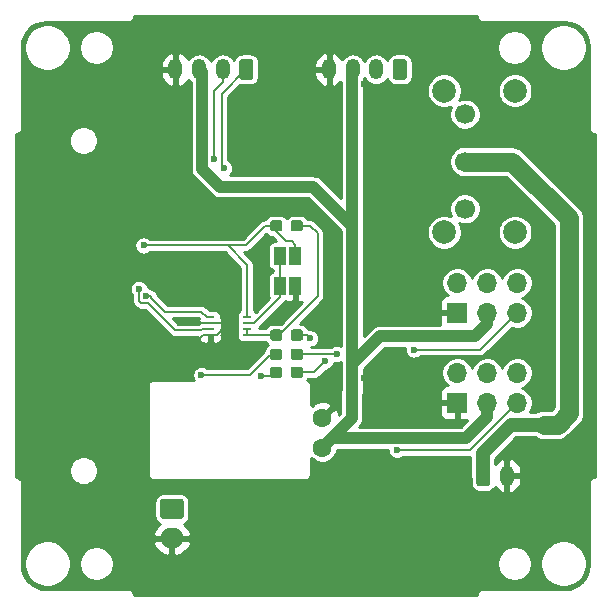
<source format=gtl>
G04 #@! TF.GenerationSoftware,KiCad,Pcbnew,(5.1.5)-3*
G04 #@! TF.CreationDate,2021-11-16T02:10:18+09:00*
G04 #@! TF.ProjectId,m5-pantilt,6d352d70-616e-4746-996c-742e6b696361,1*
G04 #@! TF.SameCoordinates,PX5f5e100PY5f5e100*
G04 #@! TF.FileFunction,Copper,L1,Top*
G04 #@! TF.FilePolarity,Positive*
%FSLAX46Y46*%
G04 Gerber Fmt 4.6, Leading zero omitted, Abs format (unit mm)*
G04 Created by KiCad (PCBNEW (5.1.5)-3) date 2021-11-16 02:10:18*
%MOMM*%
%LPD*%
G04 APERTURE LIST*
%ADD10R,1.000000X1.500000*%
%ADD11R,0.800100X0.254000*%
%ADD12O,1.700000X1.700000*%
%ADD13R,1.700000X1.700000*%
%ADD14O,1.200000X1.750000*%
%ADD15C,0.152000*%
%ADD16C,1.600000*%
%ADD17C,1.700000*%
%ADD18C,2.000000*%
%ADD19O,2.000000X1.700000*%
%ADD20C,0.600000*%
%ADD21C,0.200000*%
%ADD22C,1.000000*%
%ADD23C,1.200000*%
%ADD24C,1.600000*%
%ADD25C,0.254000*%
G04 APERTURE END LIST*
D10*
X22845000Y29210000D03*
X24145000Y29210000D03*
X24130000Y26670000D03*
X22830000Y26670000D03*
D11*
X20059750Y24021801D03*
X20059750Y23521800D03*
X20059750Y23021800D03*
X20059750Y22521799D03*
X16948250Y22521799D03*
X16948250Y23021800D03*
X16948250Y23521800D03*
X16948250Y24021801D03*
D12*
X42926000Y19304000D03*
X42926000Y16764000D03*
X40386000Y19304000D03*
X40386000Y16764000D03*
X37846000Y19304000D03*
D13*
X37846000Y16764000D03*
D14*
X27000000Y45000000D03*
X29000000Y45000000D03*
X31000000Y45000000D03*
G04 #@! TA.AperFunction,ComponentPad*
D15*
G36*
X33374505Y45873796D02*
G01*
X33398773Y45870196D01*
X33422572Y45864235D01*
X33445671Y45855970D01*
X33467850Y45845480D01*
X33488893Y45832868D01*
X33508599Y45818253D01*
X33526777Y45801777D01*
X33543253Y45783599D01*
X33557868Y45763893D01*
X33570480Y45742850D01*
X33580970Y45720671D01*
X33589235Y45697572D01*
X33595196Y45673773D01*
X33598796Y45649505D01*
X33600000Y45625001D01*
X33600000Y44374999D01*
X33598796Y44350495D01*
X33595196Y44326227D01*
X33589235Y44302428D01*
X33580970Y44279329D01*
X33570480Y44257150D01*
X33557868Y44236107D01*
X33543253Y44216401D01*
X33526777Y44198223D01*
X33508599Y44181747D01*
X33488893Y44167132D01*
X33467850Y44154520D01*
X33445671Y44144030D01*
X33422572Y44135765D01*
X33398773Y44129804D01*
X33374505Y44126204D01*
X33350001Y44125000D01*
X32649999Y44125000D01*
X32625495Y44126204D01*
X32601227Y44129804D01*
X32577428Y44135765D01*
X32554329Y44144030D01*
X32532150Y44154520D01*
X32511107Y44167132D01*
X32491401Y44181747D01*
X32473223Y44198223D01*
X32456747Y44216401D01*
X32442132Y44236107D01*
X32429520Y44257150D01*
X32419030Y44279329D01*
X32410765Y44302428D01*
X32404804Y44326227D01*
X32401204Y44350495D01*
X32400000Y44374999D01*
X32400000Y45625001D01*
X32401204Y45649505D01*
X32404804Y45673773D01*
X32410765Y45697572D01*
X32419030Y45720671D01*
X32429520Y45742850D01*
X32442132Y45763893D01*
X32456747Y45783599D01*
X32473223Y45801777D01*
X32491401Y45818253D01*
X32511107Y45832868D01*
X32532150Y45845480D01*
X32554329Y45855970D01*
X32577428Y45864235D01*
X32601227Y45870196D01*
X32625495Y45873796D01*
X32649999Y45875000D01*
X33350001Y45875000D01*
X33374505Y45873796D01*
G37*
G04 #@! TD.AperFunction*
G04 #@! TA.AperFunction,SMDPad,CuDef*
G36*
X24591779Y32223856D02*
G01*
X24614834Y32220437D01*
X24637443Y32214773D01*
X24659387Y32206921D01*
X24680457Y32196956D01*
X24700448Y32184974D01*
X24719168Y32171090D01*
X24736438Y32155438D01*
X24752090Y32138168D01*
X24765974Y32119448D01*
X24777956Y32099457D01*
X24787921Y32078387D01*
X24795773Y32056443D01*
X24801437Y32033834D01*
X24804856Y32010779D01*
X24806000Y31987500D01*
X24806000Y31512500D01*
X24804856Y31489221D01*
X24801437Y31466166D01*
X24795773Y31443557D01*
X24787921Y31421613D01*
X24777956Y31400543D01*
X24765974Y31380552D01*
X24752090Y31361832D01*
X24736438Y31344562D01*
X24719168Y31328910D01*
X24700448Y31315026D01*
X24680457Y31303044D01*
X24659387Y31293079D01*
X24637443Y31285227D01*
X24614834Y31279563D01*
X24591779Y31276144D01*
X24568500Y31275000D01*
X23993500Y31275000D01*
X23970221Y31276144D01*
X23947166Y31279563D01*
X23924557Y31285227D01*
X23902613Y31293079D01*
X23881543Y31303044D01*
X23861552Y31315026D01*
X23842832Y31328910D01*
X23825562Y31344562D01*
X23809910Y31361832D01*
X23796026Y31380552D01*
X23784044Y31400543D01*
X23774079Y31421613D01*
X23766227Y31443557D01*
X23760563Y31466166D01*
X23757144Y31489221D01*
X23756000Y31512500D01*
X23756000Y31987500D01*
X23757144Y32010779D01*
X23760563Y32033834D01*
X23766227Y32056443D01*
X23774079Y32078387D01*
X23784044Y32099457D01*
X23796026Y32119448D01*
X23809910Y32138168D01*
X23825562Y32155438D01*
X23842832Y32171090D01*
X23861552Y32184974D01*
X23881543Y32196956D01*
X23902613Y32206921D01*
X23924557Y32214773D01*
X23947166Y32220437D01*
X23970221Y32223856D01*
X23993500Y32225000D01*
X24568500Y32225000D01*
X24591779Y32223856D01*
G37*
G04 #@! TD.AperFunction*
G04 #@! TA.AperFunction,SMDPad,CuDef*
G36*
X22841779Y32223856D02*
G01*
X22864834Y32220437D01*
X22887443Y32214773D01*
X22909387Y32206921D01*
X22930457Y32196956D01*
X22950448Y32184974D01*
X22969168Y32171090D01*
X22986438Y32155438D01*
X23002090Y32138168D01*
X23015974Y32119448D01*
X23027956Y32099457D01*
X23037921Y32078387D01*
X23045773Y32056443D01*
X23051437Y32033834D01*
X23054856Y32010779D01*
X23056000Y31987500D01*
X23056000Y31512500D01*
X23054856Y31489221D01*
X23051437Y31466166D01*
X23045773Y31443557D01*
X23037921Y31421613D01*
X23027956Y31400543D01*
X23015974Y31380552D01*
X23002090Y31361832D01*
X22986438Y31344562D01*
X22969168Y31328910D01*
X22950448Y31315026D01*
X22930457Y31303044D01*
X22909387Y31293079D01*
X22887443Y31285227D01*
X22864834Y31279563D01*
X22841779Y31276144D01*
X22818500Y31275000D01*
X22243500Y31275000D01*
X22220221Y31276144D01*
X22197166Y31279563D01*
X22174557Y31285227D01*
X22152613Y31293079D01*
X22131543Y31303044D01*
X22111552Y31315026D01*
X22092832Y31328910D01*
X22075562Y31344562D01*
X22059910Y31361832D01*
X22046026Y31380552D01*
X22034044Y31400543D01*
X22024079Y31421613D01*
X22016227Y31443557D01*
X22010563Y31466166D01*
X22007144Y31489221D01*
X22006000Y31512500D01*
X22006000Y31987500D01*
X22007144Y32010779D01*
X22010563Y32033834D01*
X22016227Y32056443D01*
X22024079Y32078387D01*
X22034044Y32099457D01*
X22046026Y32119448D01*
X22059910Y32138168D01*
X22075562Y32155438D01*
X22092832Y32171090D01*
X22111552Y32184974D01*
X22131543Y32196956D01*
X22152613Y32206921D01*
X22174557Y32214773D01*
X22197166Y32220437D01*
X22220221Y32223856D01*
X22243500Y32225000D01*
X22818500Y32225000D01*
X22841779Y32223856D01*
G37*
G04 #@! TD.AperFunction*
G04 #@! TA.AperFunction,SMDPad,CuDef*
G36*
X24591779Y22978256D02*
G01*
X24614834Y22974837D01*
X24637443Y22969173D01*
X24659387Y22961321D01*
X24680457Y22951356D01*
X24700448Y22939374D01*
X24719168Y22925490D01*
X24736438Y22909838D01*
X24752090Y22892568D01*
X24765974Y22873848D01*
X24777956Y22853857D01*
X24787921Y22832787D01*
X24795773Y22810843D01*
X24801437Y22788234D01*
X24804856Y22765179D01*
X24806000Y22741900D01*
X24806000Y22266900D01*
X24804856Y22243621D01*
X24801437Y22220566D01*
X24795773Y22197957D01*
X24787921Y22176013D01*
X24777956Y22154943D01*
X24765974Y22134952D01*
X24752090Y22116232D01*
X24736438Y22098962D01*
X24719168Y22083310D01*
X24700448Y22069426D01*
X24680457Y22057444D01*
X24659387Y22047479D01*
X24637443Y22039627D01*
X24614834Y22033963D01*
X24591779Y22030544D01*
X24568500Y22029400D01*
X23993500Y22029400D01*
X23970221Y22030544D01*
X23947166Y22033963D01*
X23924557Y22039627D01*
X23902613Y22047479D01*
X23881543Y22057444D01*
X23861552Y22069426D01*
X23842832Y22083310D01*
X23825562Y22098962D01*
X23809910Y22116232D01*
X23796026Y22134952D01*
X23784044Y22154943D01*
X23774079Y22176013D01*
X23766227Y22197957D01*
X23760563Y22220566D01*
X23757144Y22243621D01*
X23756000Y22266900D01*
X23756000Y22741900D01*
X23757144Y22765179D01*
X23760563Y22788234D01*
X23766227Y22810843D01*
X23774079Y22832787D01*
X23784044Y22853857D01*
X23796026Y22873848D01*
X23809910Y22892568D01*
X23825562Y22909838D01*
X23842832Y22925490D01*
X23861552Y22939374D01*
X23881543Y22951356D01*
X23902613Y22961321D01*
X23924557Y22969173D01*
X23947166Y22974837D01*
X23970221Y22978256D01*
X23993500Y22979400D01*
X24568500Y22979400D01*
X24591779Y22978256D01*
G37*
G04 #@! TD.AperFunction*
G04 #@! TA.AperFunction,SMDPad,CuDef*
G36*
X22841779Y22978256D02*
G01*
X22864834Y22974837D01*
X22887443Y22969173D01*
X22909387Y22961321D01*
X22930457Y22951356D01*
X22950448Y22939374D01*
X22969168Y22925490D01*
X22986438Y22909838D01*
X23002090Y22892568D01*
X23015974Y22873848D01*
X23027956Y22853857D01*
X23037921Y22832787D01*
X23045773Y22810843D01*
X23051437Y22788234D01*
X23054856Y22765179D01*
X23056000Y22741900D01*
X23056000Y22266900D01*
X23054856Y22243621D01*
X23051437Y22220566D01*
X23045773Y22197957D01*
X23037921Y22176013D01*
X23027956Y22154943D01*
X23015974Y22134952D01*
X23002090Y22116232D01*
X22986438Y22098962D01*
X22969168Y22083310D01*
X22950448Y22069426D01*
X22930457Y22057444D01*
X22909387Y22047479D01*
X22887443Y22039627D01*
X22864834Y22033963D01*
X22841779Y22030544D01*
X22818500Y22029400D01*
X22243500Y22029400D01*
X22220221Y22030544D01*
X22197166Y22033963D01*
X22174557Y22039627D01*
X22152613Y22047479D01*
X22131543Y22057444D01*
X22111552Y22069426D01*
X22092832Y22083310D01*
X22075562Y22098962D01*
X22059910Y22116232D01*
X22046026Y22134952D01*
X22034044Y22154943D01*
X22024079Y22176013D01*
X22016227Y22197957D01*
X22010563Y22220566D01*
X22007144Y22243621D01*
X22006000Y22266900D01*
X22006000Y22741900D01*
X22007144Y22765179D01*
X22010563Y22788234D01*
X22016227Y22810843D01*
X22024079Y22832787D01*
X22034044Y22853857D01*
X22046026Y22873848D01*
X22059910Y22892568D01*
X22075562Y22909838D01*
X22092832Y22925490D01*
X22111552Y22939374D01*
X22131543Y22951356D01*
X22152613Y22961321D01*
X22174557Y22969173D01*
X22197166Y22974837D01*
X22220221Y22978256D01*
X22243500Y22979400D01*
X22818500Y22979400D01*
X22841779Y22978256D01*
G37*
G04 #@! TD.AperFunction*
D16*
X26416000Y15468600D03*
X26416000Y12968600D03*
D13*
X37846000Y24384000D03*
D12*
X37846000Y26924000D03*
X40386000Y24384000D03*
X40386000Y26924000D03*
X42926000Y24384000D03*
X42926000Y26924000D03*
D17*
X38500000Y41200000D03*
X38500000Y37200000D03*
X38500000Y33200000D03*
D18*
X42750000Y31200000D03*
X42750000Y43200000D03*
X36750000Y43200000D03*
X36750000Y31200000D03*
G04 #@! TA.AperFunction,ComponentPad*
D15*
G36*
X40434505Y11473796D02*
G01*
X40458773Y11470196D01*
X40482572Y11464235D01*
X40505671Y11455970D01*
X40527850Y11445480D01*
X40548893Y11432868D01*
X40568599Y11418253D01*
X40586777Y11401777D01*
X40603253Y11383599D01*
X40617868Y11363893D01*
X40630480Y11342850D01*
X40640970Y11320671D01*
X40649235Y11297572D01*
X40655196Y11273773D01*
X40658796Y11249505D01*
X40660000Y11225001D01*
X40660000Y9974999D01*
X40658796Y9950495D01*
X40655196Y9926227D01*
X40649235Y9902428D01*
X40640970Y9879329D01*
X40630480Y9857150D01*
X40617868Y9836107D01*
X40603253Y9816401D01*
X40586777Y9798223D01*
X40568599Y9781747D01*
X40548893Y9767132D01*
X40527850Y9754520D01*
X40505671Y9744030D01*
X40482572Y9735765D01*
X40458773Y9729804D01*
X40434505Y9726204D01*
X40410001Y9725000D01*
X39709999Y9725000D01*
X39685495Y9726204D01*
X39661227Y9729804D01*
X39637428Y9735765D01*
X39614329Y9744030D01*
X39592150Y9754520D01*
X39571107Y9767132D01*
X39551401Y9781747D01*
X39533223Y9798223D01*
X39516747Y9816401D01*
X39502132Y9836107D01*
X39489520Y9857150D01*
X39479030Y9879329D01*
X39470765Y9902428D01*
X39464804Y9926227D01*
X39461204Y9950495D01*
X39460000Y9974999D01*
X39460000Y11225001D01*
X39461204Y11249505D01*
X39464804Y11273773D01*
X39470765Y11297572D01*
X39479030Y11320671D01*
X39489520Y11342850D01*
X39502132Y11363893D01*
X39516747Y11383599D01*
X39533223Y11401777D01*
X39551401Y11418253D01*
X39571107Y11432868D01*
X39592150Y11445480D01*
X39614329Y11455970D01*
X39637428Y11464235D01*
X39661227Y11470196D01*
X39685495Y11473796D01*
X39709999Y11475000D01*
X40410001Y11475000D01*
X40434505Y11473796D01*
G37*
G04 #@! TD.AperFunction*
D14*
X42060000Y10600000D03*
G04 #@! TA.AperFunction,ComponentPad*
D15*
G36*
X20374505Y45873796D02*
G01*
X20398773Y45870196D01*
X20422572Y45864235D01*
X20445671Y45855970D01*
X20467850Y45845480D01*
X20488893Y45832868D01*
X20508599Y45818253D01*
X20526777Y45801777D01*
X20543253Y45783599D01*
X20557868Y45763893D01*
X20570480Y45742850D01*
X20580970Y45720671D01*
X20589235Y45697572D01*
X20595196Y45673773D01*
X20598796Y45649505D01*
X20600000Y45625001D01*
X20600000Y44374999D01*
X20598796Y44350495D01*
X20595196Y44326227D01*
X20589235Y44302428D01*
X20580970Y44279329D01*
X20570480Y44257150D01*
X20557868Y44236107D01*
X20543253Y44216401D01*
X20526777Y44198223D01*
X20508599Y44181747D01*
X20488893Y44167132D01*
X20467850Y44154520D01*
X20445671Y44144030D01*
X20422572Y44135765D01*
X20398773Y44129804D01*
X20374505Y44126204D01*
X20350001Y44125000D01*
X19649999Y44125000D01*
X19625495Y44126204D01*
X19601227Y44129804D01*
X19577428Y44135765D01*
X19554329Y44144030D01*
X19532150Y44154520D01*
X19511107Y44167132D01*
X19491401Y44181747D01*
X19473223Y44198223D01*
X19456747Y44216401D01*
X19442132Y44236107D01*
X19429520Y44257150D01*
X19419030Y44279329D01*
X19410765Y44302428D01*
X19404804Y44326227D01*
X19401204Y44350495D01*
X19400000Y44374999D01*
X19400000Y45625001D01*
X19401204Y45649505D01*
X19404804Y45673773D01*
X19410765Y45697572D01*
X19419030Y45720671D01*
X19429520Y45742850D01*
X19442132Y45763893D01*
X19456747Y45783599D01*
X19473223Y45801777D01*
X19491401Y45818253D01*
X19511107Y45832868D01*
X19532150Y45845480D01*
X19554329Y45855970D01*
X19577428Y45864235D01*
X19601227Y45870196D01*
X19625495Y45873796D01*
X19649999Y45875000D01*
X20350001Y45875000D01*
X20374505Y45873796D01*
G37*
G04 #@! TD.AperFunction*
D14*
X18000000Y45000000D03*
X16000000Y45000000D03*
X14000000Y45000000D03*
G04 #@! TA.AperFunction,SMDPad,CuDef*
D15*
G36*
X24579179Y21352656D02*
G01*
X24602234Y21349237D01*
X24624843Y21343573D01*
X24646787Y21335721D01*
X24667857Y21325756D01*
X24687848Y21313774D01*
X24706568Y21299890D01*
X24723838Y21284238D01*
X24739490Y21266968D01*
X24753374Y21248248D01*
X24765356Y21228257D01*
X24775321Y21207187D01*
X24783173Y21185243D01*
X24788837Y21162634D01*
X24792256Y21139579D01*
X24793400Y21116300D01*
X24793400Y20641300D01*
X24792256Y20618021D01*
X24788837Y20594966D01*
X24783173Y20572357D01*
X24775321Y20550413D01*
X24765356Y20529343D01*
X24753374Y20509352D01*
X24739490Y20490632D01*
X24723838Y20473362D01*
X24706568Y20457710D01*
X24687848Y20443826D01*
X24667857Y20431844D01*
X24646787Y20421879D01*
X24624843Y20414027D01*
X24602234Y20408363D01*
X24579179Y20404944D01*
X24555900Y20403800D01*
X23980900Y20403800D01*
X23957621Y20404944D01*
X23934566Y20408363D01*
X23911957Y20414027D01*
X23890013Y20421879D01*
X23868943Y20431844D01*
X23848952Y20443826D01*
X23830232Y20457710D01*
X23812962Y20473362D01*
X23797310Y20490632D01*
X23783426Y20509352D01*
X23771444Y20529343D01*
X23761479Y20550413D01*
X23753627Y20572357D01*
X23747963Y20594966D01*
X23744544Y20618021D01*
X23743400Y20641300D01*
X23743400Y21116300D01*
X23744544Y21139579D01*
X23747963Y21162634D01*
X23753627Y21185243D01*
X23761479Y21207187D01*
X23771444Y21228257D01*
X23783426Y21248248D01*
X23797310Y21266968D01*
X23812962Y21284238D01*
X23830232Y21299890D01*
X23848952Y21313774D01*
X23868943Y21325756D01*
X23890013Y21335721D01*
X23911957Y21343573D01*
X23934566Y21349237D01*
X23957621Y21352656D01*
X23980900Y21353800D01*
X24555900Y21353800D01*
X24579179Y21352656D01*
G37*
G04 #@! TD.AperFunction*
G04 #@! TA.AperFunction,SMDPad,CuDef*
G36*
X22829179Y21352656D02*
G01*
X22852234Y21349237D01*
X22874843Y21343573D01*
X22896787Y21335721D01*
X22917857Y21325756D01*
X22937848Y21313774D01*
X22956568Y21299890D01*
X22973838Y21284238D01*
X22989490Y21266968D01*
X23003374Y21248248D01*
X23015356Y21228257D01*
X23025321Y21207187D01*
X23033173Y21185243D01*
X23038837Y21162634D01*
X23042256Y21139579D01*
X23043400Y21116300D01*
X23043400Y20641300D01*
X23042256Y20618021D01*
X23038837Y20594966D01*
X23033173Y20572357D01*
X23025321Y20550413D01*
X23015356Y20529343D01*
X23003374Y20509352D01*
X22989490Y20490632D01*
X22973838Y20473362D01*
X22956568Y20457710D01*
X22937848Y20443826D01*
X22917857Y20431844D01*
X22896787Y20421879D01*
X22874843Y20414027D01*
X22852234Y20408363D01*
X22829179Y20404944D01*
X22805900Y20403800D01*
X22230900Y20403800D01*
X22207621Y20404944D01*
X22184566Y20408363D01*
X22161957Y20414027D01*
X22140013Y20421879D01*
X22118943Y20431844D01*
X22098952Y20443826D01*
X22080232Y20457710D01*
X22062962Y20473362D01*
X22047310Y20490632D01*
X22033426Y20509352D01*
X22021444Y20529343D01*
X22011479Y20550413D01*
X22003627Y20572357D01*
X21997963Y20594966D01*
X21994544Y20618021D01*
X21993400Y20641300D01*
X21993400Y21116300D01*
X21994544Y21139579D01*
X21997963Y21162634D01*
X22003627Y21185243D01*
X22011479Y21207187D01*
X22021444Y21228257D01*
X22033426Y21248248D01*
X22047310Y21266968D01*
X22062962Y21284238D01*
X22080232Y21299890D01*
X22098952Y21313774D01*
X22118943Y21325756D01*
X22140013Y21335721D01*
X22161957Y21343573D01*
X22184566Y21349237D01*
X22207621Y21352656D01*
X22230900Y21353800D01*
X22805900Y21353800D01*
X22829179Y21352656D01*
G37*
G04 #@! TD.AperFunction*
G04 #@! TA.AperFunction,SMDPad,CuDef*
G36*
X22829179Y19828656D02*
G01*
X22852234Y19825237D01*
X22874843Y19819573D01*
X22896787Y19811721D01*
X22917857Y19801756D01*
X22937848Y19789774D01*
X22956568Y19775890D01*
X22973838Y19760238D01*
X22989490Y19742968D01*
X23003374Y19724248D01*
X23015356Y19704257D01*
X23025321Y19683187D01*
X23033173Y19661243D01*
X23038837Y19638634D01*
X23042256Y19615579D01*
X23043400Y19592300D01*
X23043400Y19117300D01*
X23042256Y19094021D01*
X23038837Y19070966D01*
X23033173Y19048357D01*
X23025321Y19026413D01*
X23015356Y19005343D01*
X23003374Y18985352D01*
X22989490Y18966632D01*
X22973838Y18949362D01*
X22956568Y18933710D01*
X22937848Y18919826D01*
X22917857Y18907844D01*
X22896787Y18897879D01*
X22874843Y18890027D01*
X22852234Y18884363D01*
X22829179Y18880944D01*
X22805900Y18879800D01*
X22230900Y18879800D01*
X22207621Y18880944D01*
X22184566Y18884363D01*
X22161957Y18890027D01*
X22140013Y18897879D01*
X22118943Y18907844D01*
X22098952Y18919826D01*
X22080232Y18933710D01*
X22062962Y18949362D01*
X22047310Y18966632D01*
X22033426Y18985352D01*
X22021444Y19005343D01*
X22011479Y19026413D01*
X22003627Y19048357D01*
X21997963Y19070966D01*
X21994544Y19094021D01*
X21993400Y19117300D01*
X21993400Y19592300D01*
X21994544Y19615579D01*
X21997963Y19638634D01*
X22003627Y19661243D01*
X22011479Y19683187D01*
X22021444Y19704257D01*
X22033426Y19724248D01*
X22047310Y19742968D01*
X22062962Y19760238D01*
X22080232Y19775890D01*
X22098952Y19789774D01*
X22118943Y19801756D01*
X22140013Y19811721D01*
X22161957Y19819573D01*
X22184566Y19825237D01*
X22207621Y19828656D01*
X22230900Y19829800D01*
X22805900Y19829800D01*
X22829179Y19828656D01*
G37*
G04 #@! TD.AperFunction*
G04 #@! TA.AperFunction,SMDPad,CuDef*
G36*
X24579179Y19828656D02*
G01*
X24602234Y19825237D01*
X24624843Y19819573D01*
X24646787Y19811721D01*
X24667857Y19801756D01*
X24687848Y19789774D01*
X24706568Y19775890D01*
X24723838Y19760238D01*
X24739490Y19742968D01*
X24753374Y19724248D01*
X24765356Y19704257D01*
X24775321Y19683187D01*
X24783173Y19661243D01*
X24788837Y19638634D01*
X24792256Y19615579D01*
X24793400Y19592300D01*
X24793400Y19117300D01*
X24792256Y19094021D01*
X24788837Y19070966D01*
X24783173Y19048357D01*
X24775321Y19026413D01*
X24765356Y19005343D01*
X24753374Y18985352D01*
X24739490Y18966632D01*
X24723838Y18949362D01*
X24706568Y18933710D01*
X24687848Y18919826D01*
X24667857Y18907844D01*
X24646787Y18897879D01*
X24624843Y18890027D01*
X24602234Y18884363D01*
X24579179Y18880944D01*
X24555900Y18879800D01*
X23980900Y18879800D01*
X23957621Y18880944D01*
X23934566Y18884363D01*
X23911957Y18890027D01*
X23890013Y18897879D01*
X23868943Y18907844D01*
X23848952Y18919826D01*
X23830232Y18933710D01*
X23812962Y18949362D01*
X23797310Y18966632D01*
X23783426Y18985352D01*
X23771444Y19005343D01*
X23761479Y19026413D01*
X23753627Y19048357D01*
X23747963Y19070966D01*
X23744544Y19094021D01*
X23743400Y19117300D01*
X23743400Y19592300D01*
X23744544Y19615579D01*
X23747963Y19638634D01*
X23753627Y19661243D01*
X23761479Y19683187D01*
X23771444Y19704257D01*
X23783426Y19724248D01*
X23797310Y19742968D01*
X23812962Y19760238D01*
X23830232Y19775890D01*
X23848952Y19789774D01*
X23868943Y19801756D01*
X23890013Y19811721D01*
X23911957Y19819573D01*
X23934566Y19825237D01*
X23957621Y19828656D01*
X23980900Y19829800D01*
X24555900Y19829800D01*
X24579179Y19828656D01*
G37*
G04 #@! TD.AperFunction*
G04 #@! TA.AperFunction,ComponentPad*
G36*
X14474504Y8648796D02*
G01*
X14498773Y8645196D01*
X14522571Y8639235D01*
X14545671Y8630970D01*
X14567849Y8620480D01*
X14588893Y8607867D01*
X14608598Y8593253D01*
X14626777Y8576777D01*
X14643253Y8558598D01*
X14657867Y8538893D01*
X14670480Y8517849D01*
X14680970Y8495671D01*
X14689235Y8472571D01*
X14695196Y8448773D01*
X14698796Y8424504D01*
X14700000Y8400000D01*
X14700000Y7200000D01*
X14698796Y7175496D01*
X14695196Y7151227D01*
X14689235Y7127429D01*
X14680970Y7104329D01*
X14670480Y7082151D01*
X14657867Y7061107D01*
X14643253Y7041402D01*
X14626777Y7023223D01*
X14608598Y7006747D01*
X14588893Y6992133D01*
X14567849Y6979520D01*
X14545671Y6969030D01*
X14522571Y6960765D01*
X14498773Y6954804D01*
X14474504Y6951204D01*
X14450000Y6950000D01*
X12950000Y6950000D01*
X12925496Y6951204D01*
X12901227Y6954804D01*
X12877429Y6960765D01*
X12854329Y6969030D01*
X12832151Y6979520D01*
X12811107Y6992133D01*
X12791402Y7006747D01*
X12773223Y7023223D01*
X12756747Y7041402D01*
X12742133Y7061107D01*
X12729520Y7082151D01*
X12719030Y7104329D01*
X12710765Y7127429D01*
X12704804Y7151227D01*
X12701204Y7175496D01*
X12700000Y7200000D01*
X12700000Y8400000D01*
X12701204Y8424504D01*
X12704804Y8448773D01*
X12710765Y8472571D01*
X12719030Y8495671D01*
X12729520Y8517849D01*
X12742133Y8538893D01*
X12756747Y8558598D01*
X12773223Y8576777D01*
X12791402Y8593253D01*
X12811107Y8607867D01*
X12832151Y8620480D01*
X12854329Y8630970D01*
X12877429Y8639235D01*
X12901227Y8645196D01*
X12925496Y8648796D01*
X12950000Y8650000D01*
X14450000Y8650000D01*
X14474504Y8648796D01*
G37*
G04 #@! TD.AperFunction*
D19*
X13700000Y5300000D03*
D20*
X23495000Y24765000D03*
X39000000Y49000000D03*
X34000000Y49000000D03*
X29000000Y49000000D03*
X24000000Y49000000D03*
X19000000Y49000000D03*
X14000000Y49000000D03*
X8000000Y48500000D03*
X1500000Y45000000D03*
X48500000Y44500000D03*
X42000000Y48500000D03*
X1000000Y39000000D03*
X1000000Y34000000D03*
X1000000Y29000000D03*
X1000000Y24000000D03*
X1000000Y19000000D03*
X1000000Y14000000D03*
X1000000Y11000000D03*
X1500000Y5000000D03*
X8000000Y1500000D03*
X11000000Y1000000D03*
X16000000Y1000000D03*
X21000000Y1000000D03*
X26000000Y1000000D03*
X31000000Y1000000D03*
X36000000Y1000000D03*
X42000000Y1500000D03*
X48500000Y5500000D03*
X49000000Y11000000D03*
X49000000Y16000000D03*
X49000000Y21000000D03*
X49000000Y26000000D03*
X49000000Y32000000D03*
X49000000Y37000000D03*
X39000000Y45000000D03*
X30000000Y43750000D03*
X11023600Y33274000D03*
X25900000Y17100000D03*
X27600000Y27000000D03*
X30429200Y28676600D03*
X35800000Y11023600D03*
X30750000Y5500000D03*
X9000000Y5400000D03*
X38500000Y38750000D03*
X36500000Y41500000D03*
X39250000Y31750000D03*
X37000000Y33750000D03*
X27635200Y35001200D03*
X19100800Y38735000D03*
X27051000Y38735000D03*
X27051000Y41148000D03*
X19100800Y41097200D03*
X14833600Y41275000D03*
X16100000Y34800000D03*
X13335000Y37998400D03*
X21234400Y21640800D03*
X19380200Y36550600D03*
X25019000Y33782000D03*
X27686000Y31242000D03*
X12065000Y39243000D03*
X9144000Y33909000D03*
X10922000Y35687000D03*
X30378400Y15290800D03*
X34315400Y8686800D03*
X45669200Y28727400D03*
X42700000Y22800000D03*
X45700000Y23100000D03*
X45872400Y11988800D03*
X30276800Y23266400D03*
X45669200Y31597600D03*
X42011600Y35458400D03*
X30276800Y36372800D03*
X27584400Y23495000D03*
X20777200Y25095200D03*
X16400000Y27800000D03*
X12547600Y31191200D03*
X6248400Y24434800D03*
X11328400Y11023600D03*
X27787600Y12090400D03*
X20400000Y8300000D03*
X18338800Y28702000D03*
X7772400Y38938200D03*
X7823200Y10998200D03*
X4622800Y11023600D03*
X35900000Y15200000D03*
X45700000Y16700000D03*
X36000000Y23800000D03*
X26500000Y6400000D03*
X24100000Y3000000D03*
X20800000Y4000000D03*
X24200000Y8300000D03*
X29200000Y1800000D03*
X27500000Y18415000D03*
X30000000Y18900000D03*
X15300000Y23699997D03*
X9600000Y23700000D03*
X11300000Y15900000D03*
X9200000Y21400000D03*
X10800000Y29200000D03*
X13900000Y29200000D03*
X15600000Y7500000D03*
X12000000Y7500000D03*
X18387800Y23521800D03*
X11300000Y30100000D03*
X18084800Y36626798D03*
X11499998Y25800000D03*
X17272000Y37439600D03*
X10887845Y26414586D03*
X32766006Y12768589D03*
X16200777Y19151420D03*
X34175724Y21275733D03*
X26670000Y20278800D03*
X21209000Y19050000D03*
X27635200Y20900004D03*
X25400036Y22225000D03*
D21*
X17548300Y22521799D02*
X18548301Y23521800D01*
X16948250Y22521799D02*
X17548300Y22521799D01*
X16948250Y22521799D02*
X16348200Y22521799D01*
X16340199Y22529800D02*
X16100000Y22289601D01*
X16100000Y22289601D02*
X16100000Y21700000D01*
X15478197Y23521800D02*
X15300000Y23699997D01*
X16948250Y23521800D02*
X15478197Y23521800D01*
X18387800Y23521800D02*
X16948250Y23521800D01*
D22*
X28956000Y45015600D02*
X29000000Y45059600D01*
X28956000Y36042600D02*
X28956000Y45015600D01*
X28956000Y30734000D02*
X28956000Y36042600D01*
X25654000Y35052000D02*
X28956000Y31750000D01*
X17780000Y35052000D02*
X25654000Y35052000D01*
X16256000Y36576000D02*
X17780000Y35052000D01*
X28956000Y31750000D02*
X28956000Y30734000D01*
X16256000Y44744000D02*
X16256000Y36576000D01*
X16000000Y45000000D02*
X16256000Y44744000D01*
X26416000Y12968600D02*
X27215999Y13768599D01*
X28930600Y15483200D02*
X27215999Y13768599D01*
X28930600Y17627600D02*
X28930600Y15483200D01*
X28956000Y17653000D02*
X28930600Y17627600D01*
X28956000Y25748798D02*
X28956000Y30734000D01*
X28956000Y17653000D02*
X28956000Y25748798D01*
X39344600Y22402800D02*
X40386000Y23444200D01*
X31292800Y22402800D02*
X39344600Y22402800D01*
X28956000Y17653000D02*
X28956000Y20066000D01*
X28956000Y20066000D02*
X31292800Y22402800D01*
X40386000Y23444200D02*
X40386000Y24384000D01*
X40386000Y15586000D02*
X40386000Y16764000D01*
X27215999Y13768599D02*
X38568599Y13768599D01*
X38568599Y13768599D02*
X40386000Y15586000D01*
D21*
X18414000Y30100000D02*
X11724264Y30100000D01*
X11724264Y30100000D02*
X11300000Y30100000D01*
X20059750Y28454250D02*
X18414000Y30100000D01*
X20059750Y24021801D02*
X20059750Y28454250D01*
X18414000Y30100000D02*
X19940000Y30100000D01*
X19940000Y30100000D02*
X21590000Y31750000D01*
X21590000Y31750000D02*
X22860000Y31750000D01*
X22531000Y31275000D02*
X23326000Y30480000D01*
X22531000Y31750000D02*
X22531000Y31275000D01*
X23825000Y30480000D02*
X23326000Y30480000D01*
X24145000Y30160000D02*
X23825000Y30480000D01*
X24145000Y29210000D02*
X24145000Y30160000D01*
X17907000Y36804598D02*
X18084800Y36626798D01*
X17907000Y42907000D02*
X17907000Y36804598D01*
X20000000Y45000000D02*
X17907000Y42907000D01*
X11924262Y25800000D02*
X11499998Y25800000D01*
X11924262Y25675738D02*
X11924262Y25800000D01*
X13100000Y24500000D02*
X11924262Y25675738D01*
X16197001Y24500000D02*
X13100000Y24500000D01*
X16948250Y24021801D02*
X16675200Y24021801D01*
X16675200Y24021801D02*
X16197001Y24500000D01*
X17272000Y37863864D02*
X17272000Y37439600D01*
X17272000Y43197000D02*
X17272000Y37863864D01*
X18000000Y43925000D02*
X17272000Y43197000D01*
X18000000Y45000000D02*
X18000000Y43925000D01*
X11675737Y25199999D02*
X11111999Y25199999D01*
X10887845Y25990322D02*
X10887845Y26414586D01*
X16309820Y23021800D02*
X16188005Y22899985D01*
X11111999Y25199999D02*
X10887845Y25424153D01*
X16188005Y22899985D02*
X13975751Y22899985D01*
X16948250Y23021800D02*
X16309820Y23021800D01*
X13975751Y22899985D02*
X11675737Y25199999D01*
X10887845Y25424153D02*
X10887845Y25990322D01*
X38930589Y12768589D02*
X33190270Y12768589D01*
X33190270Y12768589D02*
X32766006Y12768589D01*
X42926000Y16764000D02*
X38930589Y12768589D01*
D23*
X39997199Y10662801D02*
X40060000Y10600000D01*
X39997199Y12497199D02*
X39997199Y10662801D01*
X45171647Y14913999D02*
X42413999Y14913999D01*
X42413999Y14913999D02*
X39997199Y12497199D01*
D24*
X46354001Y14913999D02*
X45171647Y14913999D01*
X47316001Y15875999D02*
X46354001Y14913999D01*
X47316001Y32389199D02*
X47316001Y15875999D01*
X38500000Y37200000D02*
X42505200Y37200000D01*
X42505200Y37200000D02*
X47316001Y32389199D01*
D21*
X20059750Y23021800D02*
X20059750Y22521799D01*
X24281000Y31750000D02*
X25400000Y31750000D01*
X26035000Y31115000D02*
X26035000Y25775800D01*
X25400000Y31750000D02*
X26035000Y31115000D01*
X26035000Y25775800D02*
X22531000Y22271800D01*
X22281001Y22521799D02*
X20059750Y22521799D01*
X22531000Y22271800D02*
X22281001Y22521799D01*
X16252197Y19100000D02*
X16200777Y19151420D01*
X20300000Y19100000D02*
X16252197Y19100000D01*
X22518400Y20802600D02*
X22002600Y20802600D01*
X22002600Y20802600D02*
X20300000Y19100000D01*
X42926000Y24384000D02*
X42584000Y24384000D01*
X34599988Y21275733D02*
X34175724Y21275733D01*
X39817733Y21275733D02*
X34599988Y21275733D01*
X42926000Y24384000D02*
X39817733Y21275733D01*
X25746000Y19354800D02*
X26670000Y20278800D01*
X24268400Y19354800D02*
X25746000Y19354800D01*
X21209000Y19050000D02*
X22213600Y19050000D01*
X22213600Y19050000D02*
X22518400Y19354800D01*
X27613996Y20878800D02*
X27635200Y20900004D01*
X24268400Y20878800D02*
X27613996Y20878800D01*
X24281000Y22504400D02*
X25120636Y22504400D01*
X25120636Y22504400D02*
X25400036Y22225000D01*
X20059750Y23521800D02*
X19988400Y23521800D01*
X22830000Y26670000D02*
X22830000Y29180000D01*
X22830000Y29180000D02*
X22860000Y29210000D01*
X20659800Y23521800D02*
X22860000Y25722000D01*
X20059750Y23521800D02*
X20659800Y23521800D01*
X22860000Y25722000D02*
X22860000Y27305000D01*
D25*
G36*
X39505264Y49401591D02*
G01*
X39533969Y49306964D01*
X39580583Y49219755D01*
X39643316Y49143316D01*
X39719755Y49080583D01*
X39806964Y49033969D01*
X39901591Y49005264D01*
X39975347Y48998000D01*
X40000000Y48995572D01*
X40024653Y48998000D01*
X46975450Y48998000D01*
X47387613Y48957587D01*
X47760459Y48845018D01*
X48104347Y48662170D01*
X48406165Y48416013D01*
X48654423Y48115919D01*
X48839663Y47773323D01*
X48954833Y47401269D01*
X48998000Y46990564D01*
X48998001Y40024663D01*
X48995572Y40000000D01*
X49005264Y39901591D01*
X49033969Y39806964D01*
X49080583Y39719755D01*
X49143316Y39643316D01*
X49219755Y39580583D01*
X49306964Y39533969D01*
X49401591Y39505264D01*
X49475347Y39498000D01*
X49498000Y39495769D01*
X49498001Y10504231D01*
X49475347Y10502000D01*
X49401591Y10494736D01*
X49306964Y10466031D01*
X49219755Y10419417D01*
X49143316Y10356684D01*
X49080583Y10280245D01*
X49033969Y10193036D01*
X49005264Y10098409D01*
X48995572Y10000000D01*
X48998001Y9975337D01*
X48998000Y3024551D01*
X48957587Y2612386D01*
X48845018Y2239538D01*
X48662170Y1895654D01*
X48416015Y1593837D01*
X48115922Y1345579D01*
X47773326Y1160338D01*
X47401269Y1045167D01*
X46990564Y1002000D01*
X40024653Y1002000D01*
X40000000Y1004428D01*
X39975347Y1002000D01*
X39901591Y994736D01*
X39806964Y966031D01*
X39719755Y919417D01*
X39643316Y856684D01*
X39580583Y780245D01*
X39533969Y693036D01*
X39505264Y598409D01*
X39495769Y502000D01*
X10504231Y502000D01*
X10494736Y598409D01*
X10466031Y693036D01*
X10419417Y780245D01*
X10356684Y856684D01*
X10280245Y919417D01*
X10193036Y966031D01*
X10098409Y994736D01*
X10024653Y1002000D01*
X10000000Y1004428D01*
X9975347Y1002000D01*
X3024551Y1002000D01*
X2612386Y1042413D01*
X2239538Y1154982D01*
X1895654Y1337830D01*
X1593837Y1583985D01*
X1345579Y1884078D01*
X1160338Y2226674D01*
X1045167Y2598731D01*
X1002000Y3009436D01*
X1002000Y3344718D01*
X1173000Y3344718D01*
X1173000Y2955282D01*
X1248975Y2573330D01*
X1398005Y2213539D01*
X1614364Y1889736D01*
X1889736Y1614364D01*
X2213539Y1398005D01*
X2573330Y1248975D01*
X2955282Y1173000D01*
X3344718Y1173000D01*
X3726670Y1248975D01*
X4086461Y1398005D01*
X4410264Y1614364D01*
X4685636Y1889736D01*
X4901995Y2213539D01*
X5051025Y2573330D01*
X5127000Y2955282D01*
X5127000Y3295472D01*
X5823000Y3295472D01*
X5823000Y3004528D01*
X5879760Y2719175D01*
X5991099Y2450378D01*
X6152739Y2208467D01*
X6358467Y2002739D01*
X6600378Y1841099D01*
X6869175Y1729760D01*
X7154528Y1673000D01*
X7445472Y1673000D01*
X7730825Y1729760D01*
X7999622Y1841099D01*
X8241533Y2002739D01*
X8447261Y2208467D01*
X8608901Y2450378D01*
X8720240Y2719175D01*
X8777000Y3004528D01*
X8777000Y3295472D01*
X41223000Y3295472D01*
X41223000Y3004528D01*
X41279760Y2719175D01*
X41391099Y2450378D01*
X41552739Y2208467D01*
X41758467Y2002739D01*
X42000378Y1841099D01*
X42269175Y1729760D01*
X42554528Y1673000D01*
X42845472Y1673000D01*
X43130825Y1729760D01*
X43399622Y1841099D01*
X43641533Y2002739D01*
X43847261Y2208467D01*
X44008901Y2450378D01*
X44120240Y2719175D01*
X44177000Y3004528D01*
X44177000Y3295472D01*
X44167205Y3344718D01*
X44873000Y3344718D01*
X44873000Y2955282D01*
X44948975Y2573330D01*
X45098005Y2213539D01*
X45314364Y1889736D01*
X45589736Y1614364D01*
X45913539Y1398005D01*
X46273330Y1248975D01*
X46655282Y1173000D01*
X47044718Y1173000D01*
X47426670Y1248975D01*
X47786461Y1398005D01*
X48110264Y1614364D01*
X48385636Y1889736D01*
X48601995Y2213539D01*
X48751025Y2573330D01*
X48827000Y2955282D01*
X48827000Y3344718D01*
X48751025Y3726670D01*
X48601995Y4086461D01*
X48385636Y4410264D01*
X48110264Y4685636D01*
X47786461Y4901995D01*
X47426670Y5051025D01*
X47044718Y5127000D01*
X46655282Y5127000D01*
X46273330Y5051025D01*
X45913539Y4901995D01*
X45589736Y4685636D01*
X45314364Y4410264D01*
X45098005Y4086461D01*
X44948975Y3726670D01*
X44873000Y3344718D01*
X44167205Y3344718D01*
X44120240Y3580825D01*
X44008901Y3849622D01*
X43847261Y4091533D01*
X43641533Y4297261D01*
X43399622Y4458901D01*
X43130825Y4570240D01*
X42845472Y4627000D01*
X42554528Y4627000D01*
X42269175Y4570240D01*
X42000378Y4458901D01*
X41758467Y4297261D01*
X41552739Y4091533D01*
X41391099Y3849622D01*
X41279760Y3580825D01*
X41223000Y3295472D01*
X8777000Y3295472D01*
X8720240Y3580825D01*
X8608901Y3849622D01*
X8447261Y4091533D01*
X8241533Y4297261D01*
X7999622Y4458901D01*
X7730825Y4570240D01*
X7445472Y4627000D01*
X7154528Y4627000D01*
X6869175Y4570240D01*
X6600378Y4458901D01*
X6358467Y4297261D01*
X6152739Y4091533D01*
X5991099Y3849622D01*
X5879760Y3580825D01*
X5823000Y3295472D01*
X5127000Y3295472D01*
X5127000Y3344718D01*
X5051025Y3726670D01*
X4901995Y4086461D01*
X4685636Y4410264D01*
X4410264Y4685636D01*
X4086461Y4901995D01*
X3987201Y4943110D01*
X12108524Y4943110D01*
X12110446Y4930739D01*
X12210146Y4656991D01*
X12361336Y4407954D01*
X12558205Y4193198D01*
X12793188Y4020975D01*
X13057255Y3897904D01*
X13340258Y3828715D01*
X13573000Y3972768D01*
X13573000Y5173000D01*
X13827000Y5173000D01*
X13827000Y3972768D01*
X14059742Y3828715D01*
X14342745Y3897904D01*
X14606812Y4020975D01*
X14841795Y4193198D01*
X15038664Y4407954D01*
X15189854Y4656991D01*
X15289554Y4930739D01*
X15291476Y4943110D01*
X15170155Y5173000D01*
X13827000Y5173000D01*
X13573000Y5173000D01*
X12229845Y5173000D01*
X12108524Y4943110D01*
X3987201Y4943110D01*
X3726670Y5051025D01*
X3344718Y5127000D01*
X2955282Y5127000D01*
X2573330Y5051025D01*
X2213539Y4901995D01*
X1889736Y4685636D01*
X1614364Y4410264D01*
X1398005Y4086461D01*
X1248975Y3726670D01*
X1173000Y3344718D01*
X1002000Y3344718D01*
X1002000Y5656890D01*
X12108524Y5656890D01*
X12229845Y5427000D01*
X13573000Y5427000D01*
X13573000Y5447000D01*
X13827000Y5447000D01*
X13827000Y5427000D01*
X15170155Y5427000D01*
X15291476Y5656890D01*
X15289554Y5669261D01*
X15189854Y5943009D01*
X15038664Y6192046D01*
X14841795Y6406802D01*
X14693577Y6515434D01*
X14729094Y6526208D01*
X14855181Y6593603D01*
X14965698Y6684302D01*
X15056397Y6794819D01*
X15123792Y6920906D01*
X15165294Y7057719D01*
X15179307Y7200000D01*
X15179307Y8400000D01*
X15165294Y8542281D01*
X15123792Y8679094D01*
X15056397Y8805181D01*
X14965698Y8915698D01*
X14855181Y9006397D01*
X14729094Y9073792D01*
X14592281Y9115294D01*
X14450000Y9129307D01*
X12950000Y9129307D01*
X12807719Y9115294D01*
X12670906Y9073792D01*
X12544819Y9006397D01*
X12434302Y8915698D01*
X12343603Y8805181D01*
X12276208Y8679094D01*
X12234706Y8542281D01*
X12220693Y8400000D01*
X12220693Y7200000D01*
X12234706Y7057719D01*
X12276208Y6920906D01*
X12343603Y6794819D01*
X12434302Y6684302D01*
X12544819Y6593603D01*
X12670906Y6526208D01*
X12706423Y6515434D01*
X12558205Y6406802D01*
X12361336Y6192046D01*
X12210146Y5943009D01*
X12110446Y5669261D01*
X12108524Y5656890D01*
X1002000Y5656890D01*
X1002000Y9975348D01*
X1004428Y10000000D01*
X994736Y10098409D01*
X966031Y10193036D01*
X919417Y10280245D01*
X856684Y10356684D01*
X780245Y10419417D01*
X693036Y10466031D01*
X598409Y10494736D01*
X524653Y10502000D01*
X502000Y10504231D01*
X502000Y11143805D01*
X5002541Y11143805D01*
X5002541Y10903395D01*
X5049443Y10667605D01*
X5141444Y10445496D01*
X5275008Y10245603D01*
X5445003Y10075608D01*
X5644896Y9942044D01*
X5867005Y9850043D01*
X6102795Y9803141D01*
X6343205Y9803141D01*
X6578995Y9850043D01*
X6801104Y9942044D01*
X7000997Y10075608D01*
X7170992Y10245603D01*
X7304556Y10445496D01*
X7396557Y10667605D01*
X7443459Y10903395D01*
X7443459Y11143805D01*
X7396557Y11379595D01*
X7304556Y11601704D01*
X7170992Y11801597D01*
X7000997Y11971592D01*
X6801104Y12105156D01*
X6578995Y12197157D01*
X6343205Y12244059D01*
X6102795Y12244059D01*
X5867005Y12197157D01*
X5644896Y12105156D01*
X5445003Y11971592D01*
X5275008Y11801597D01*
X5141444Y11601704D01*
X5049443Y11379595D01*
X5002541Y11143805D01*
X502000Y11143805D01*
X502000Y26491114D01*
X10110845Y26491114D01*
X10110845Y26338058D01*
X10140704Y26187943D01*
X10199276Y26046538D01*
X10284309Y25919277D01*
X10310845Y25892741D01*
X10310845Y25452484D01*
X10308055Y25424153D01*
X10310845Y25395822D01*
X10310845Y25395818D01*
X10313082Y25373108D01*
X10319194Y25311042D01*
X10332930Y25265764D01*
X10352188Y25202278D01*
X10405766Y25102039D01*
X10477871Y25014179D01*
X10499884Y24996113D01*
X10683956Y24812042D01*
X10702025Y24790025D01*
X10789884Y24717920D01*
X10890123Y24664342D01*
X10934781Y24650795D01*
X10998887Y24631348D01*
X11111999Y24620208D01*
X11140338Y24622999D01*
X11436736Y24622999D01*
X13547716Y22512018D01*
X13565777Y22490011D01*
X13587784Y22471950D01*
X13587786Y22471948D01*
X13607731Y22455580D01*
X13653636Y22417906D01*
X13753875Y22364328D01*
X13798533Y22350781D01*
X13862639Y22331334D01*
X13920637Y22325622D01*
X13947415Y22322985D01*
X13947420Y22322985D01*
X13975751Y22320195D01*
X14004082Y22322985D01*
X15917748Y22322985D01*
X15925295Y22256506D01*
X15964243Y22137640D01*
X16025633Y22028657D01*
X16107105Y21933745D01*
X16205528Y21856550D01*
X16317119Y21800041D01*
X16437591Y21766387D01*
X16562313Y21756883D01*
X16662500Y21759799D01*
X16821250Y21918549D01*
X16821250Y22415493D01*
X17075250Y22415493D01*
X17075250Y21918549D01*
X17234000Y21759799D01*
X17334187Y21756883D01*
X17458909Y21766387D01*
X17579381Y21800041D01*
X17690972Y21856550D01*
X17789395Y21933745D01*
X17870867Y22028657D01*
X17932257Y22137640D01*
X17971205Y22256506D01*
X17983300Y22363049D01*
X17824550Y22521799D01*
X17983300Y22680549D01*
X17971205Y22787092D01*
X17932257Y22905958D01*
X17870867Y23014941D01*
X17864980Y23021800D01*
X17870867Y23028658D01*
X17932257Y23137641D01*
X17971205Y23256507D01*
X17983300Y23363050D01*
X17824550Y23521800D01*
X17983300Y23680550D01*
X17971205Y23787093D01*
X17932257Y23905959D01*
X17870867Y24014942D01*
X17827607Y24065338D01*
X17827607Y24148801D01*
X17818397Y24242309D01*
X17791122Y24332224D01*
X17746829Y24415090D01*
X17687221Y24487722D01*
X17614589Y24547330D01*
X17531723Y24591623D01*
X17441808Y24618898D01*
X17348300Y24628108D01*
X16884894Y24628108D01*
X16625038Y24887964D01*
X16606975Y24909974D01*
X16519116Y24982079D01*
X16418877Y25035657D01*
X16354771Y25055103D01*
X16310112Y25068651D01*
X16255046Y25074074D01*
X16225337Y25077000D01*
X16225332Y25077000D01*
X16197001Y25079790D01*
X16168670Y25077000D01*
X13339001Y25077000D01*
X12488568Y25927433D01*
X12459919Y26021876D01*
X12406341Y26122115D01*
X12334236Y26209974D01*
X12246377Y26282079D01*
X12146138Y26335657D01*
X12037374Y26368650D01*
X12029408Y26369435D01*
X11995307Y26403536D01*
X11868046Y26488569D01*
X11726641Y26547141D01*
X11650696Y26562247D01*
X11634986Y26641229D01*
X11576414Y26782634D01*
X11491381Y26909895D01*
X11383154Y27018122D01*
X11255893Y27103155D01*
X11114488Y27161727D01*
X10964373Y27191586D01*
X10811317Y27191586D01*
X10661202Y27161727D01*
X10519797Y27103155D01*
X10392536Y27018122D01*
X10284309Y26909895D01*
X10199276Y26782634D01*
X10140704Y26641229D01*
X10110845Y26491114D01*
X502000Y26491114D01*
X502000Y30176528D01*
X10523000Y30176528D01*
X10523000Y30023472D01*
X10552859Y29873357D01*
X10611431Y29731952D01*
X10696464Y29604691D01*
X10804691Y29496464D01*
X10931952Y29411431D01*
X11073357Y29352859D01*
X11223472Y29323000D01*
X11376528Y29323000D01*
X11526643Y29352859D01*
X11668048Y29411431D01*
X11795309Y29496464D01*
X11821845Y29523000D01*
X18174999Y29523000D01*
X19482751Y28215247D01*
X19482750Y24593587D01*
X19476277Y24591623D01*
X19393411Y24547330D01*
X19320779Y24487722D01*
X19261171Y24415090D01*
X19216878Y24332224D01*
X19189603Y24242309D01*
X19180393Y24148801D01*
X19180393Y23894801D01*
X19189603Y23801293D01*
X19198549Y23771800D01*
X19189603Y23742308D01*
X19180393Y23648800D01*
X19180393Y23394800D01*
X19189603Y23301292D01*
X19198549Y23271800D01*
X19189603Y23242308D01*
X19180393Y23148800D01*
X19180393Y22894800D01*
X19189603Y22801292D01*
X19198549Y22771800D01*
X19189603Y22742307D01*
X19180393Y22648799D01*
X19180393Y22394799D01*
X19189603Y22301291D01*
X19216878Y22211376D01*
X19261171Y22128510D01*
X19320779Y22055878D01*
X19393411Y21996270D01*
X19476277Y21951977D01*
X19566192Y21924702D01*
X19659700Y21915492D01*
X20459800Y21915492D01*
X20553308Y21924702D01*
X20619560Y21944799D01*
X21606802Y21944799D01*
X21647497Y21868663D01*
X21736641Y21760041D01*
X21813736Y21696770D01*
X21724041Y21623159D01*
X21634897Y21514537D01*
X21568657Y21390610D01*
X21527866Y21256142D01*
X21515600Y21131602D01*
X20060999Y19677000D01*
X16774042Y19677000D01*
X16696086Y19754956D01*
X16568825Y19839989D01*
X16427420Y19898561D01*
X16277305Y19928420D01*
X16124249Y19928420D01*
X15974134Y19898561D01*
X15832729Y19839989D01*
X15705468Y19754956D01*
X15597241Y19646729D01*
X15512208Y19519468D01*
X15453636Y19378063D01*
X15423777Y19227948D01*
X15423777Y19074892D01*
X15453636Y18924777D01*
X15512208Y18783372D01*
X15548939Y18728400D01*
X12178253Y18728400D01*
X12153600Y18730828D01*
X12128947Y18728400D01*
X12055191Y18721136D01*
X11960564Y18692431D01*
X11873355Y18645817D01*
X11796916Y18583084D01*
X11734183Y18506645D01*
X11687569Y18419436D01*
X11658864Y18324809D01*
X11649172Y18226400D01*
X11651600Y18201747D01*
X11651601Y10751063D01*
X11649172Y10726400D01*
X11658864Y10627991D01*
X11687569Y10533364D01*
X11734183Y10446155D01*
X11796916Y10369716D01*
X11873355Y10306983D01*
X11960564Y10260369D01*
X12055191Y10231664D01*
X12128947Y10224400D01*
X12153600Y10221972D01*
X12178253Y10224400D01*
X24963947Y10224400D01*
X24988600Y10221972D01*
X25013253Y10224400D01*
X25087009Y10231664D01*
X25181636Y10260369D01*
X25268845Y10306983D01*
X25345284Y10369716D01*
X25408017Y10446155D01*
X25454631Y10533364D01*
X25483336Y10627991D01*
X25493028Y10726400D01*
X25490600Y10751053D01*
X25490600Y12088049D01*
X25601960Y11976689D01*
X25811114Y11836937D01*
X26043513Y11740674D01*
X26290226Y11691600D01*
X26541774Y11691600D01*
X26788487Y11740674D01*
X27020886Y11836937D01*
X27230040Y11976689D01*
X27407911Y12154560D01*
X27547663Y12363714D01*
X27643926Y12596113D01*
X27682810Y12791599D01*
X31989006Y12791599D01*
X31989006Y12692061D01*
X32018865Y12541946D01*
X32077437Y12400541D01*
X32162470Y12273280D01*
X32270697Y12165053D01*
X32397958Y12080020D01*
X32539363Y12021448D01*
X32689478Y11991589D01*
X32842534Y11991589D01*
X32992649Y12021448D01*
X33134054Y12080020D01*
X33261315Y12165053D01*
X33287851Y12191589D01*
X38902258Y12191589D01*
X38920199Y12189822D01*
X38920199Y10715708D01*
X38914988Y10662801D01*
X38920199Y10609894D01*
X38920199Y10609892D01*
X38935783Y10451672D01*
X38980693Y10303624D01*
X38980693Y9974999D01*
X38994706Y9832718D01*
X39036208Y9695906D01*
X39103603Y9569818D01*
X39194302Y9459302D01*
X39304818Y9368603D01*
X39430906Y9301208D01*
X39567718Y9259706D01*
X39709999Y9245693D01*
X40410001Y9245693D01*
X40552282Y9259706D01*
X40689094Y9301208D01*
X40815182Y9368603D01*
X40925698Y9459302D01*
X41016397Y9569818D01*
X41044097Y9621642D01*
X41103693Y9533275D01*
X41276526Y9361922D01*
X41479467Y9227579D01*
X41704718Y9135409D01*
X41742391Y9131538D01*
X41933000Y9256269D01*
X41933000Y10473000D01*
X42187000Y10473000D01*
X42187000Y9256269D01*
X42377609Y9131538D01*
X42415282Y9135409D01*
X42640533Y9227579D01*
X42843474Y9361922D01*
X43016307Y9533275D01*
X43152390Y9735054D01*
X43246493Y9959504D01*
X43295000Y10198000D01*
X43295000Y10473000D01*
X42187000Y10473000D01*
X41933000Y10473000D01*
X41913000Y10473000D01*
X41913000Y10727000D01*
X41933000Y10727000D01*
X41933000Y11943731D01*
X42187000Y11943731D01*
X42187000Y10727000D01*
X43295000Y10727000D01*
X43295000Y11002000D01*
X43246493Y11240496D01*
X43152390Y11464946D01*
X43016307Y11666725D01*
X42843474Y11838078D01*
X42640533Y11972421D01*
X42415282Y12064591D01*
X42377609Y12068462D01*
X42187000Y11943731D01*
X41933000Y11943731D01*
X41742391Y12068462D01*
X41704718Y12064591D01*
X41479467Y11972421D01*
X41276526Y11838078D01*
X41103693Y11666725D01*
X41074199Y11622992D01*
X41074199Y12051092D01*
X42860107Y13836999D01*
X44477602Y13836999D01*
X44680596Y13728497D01*
X44921311Y13655477D01*
X45108921Y13636999D01*
X46291275Y13636999D01*
X46354001Y13630821D01*
X46416727Y13636999D01*
X46604337Y13655477D01*
X46845052Y13728497D01*
X47066897Y13847075D01*
X47261345Y14006655D01*
X47301336Y14055384D01*
X48174621Y14928668D01*
X48223345Y14968655D01*
X48382925Y15163103D01*
X48501503Y15384948D01*
X48574523Y15625663D01*
X48593001Y15813273D01*
X48593001Y15813280D01*
X48599178Y15875998D01*
X48593001Y15938717D01*
X48593001Y32326474D01*
X48599179Y32389200D01*
X48574523Y32639535D01*
X48563158Y32677000D01*
X48501503Y32880250D01*
X48382925Y33102095D01*
X48223345Y33296543D01*
X48174623Y33336528D01*
X43452535Y38058615D01*
X43412544Y38107344D01*
X43218096Y38266924D01*
X42996251Y38385502D01*
X42755536Y38458522D01*
X42567926Y38477000D01*
X42505200Y38483178D01*
X42442474Y38477000D01*
X38882065Y38477000D01*
X38630698Y38527000D01*
X38369302Y38527000D01*
X38112928Y38476004D01*
X37871430Y38375972D01*
X37654087Y38230748D01*
X37469252Y38045913D01*
X37324028Y37828570D01*
X37223996Y37587072D01*
X37173000Y37330698D01*
X37173000Y37069302D01*
X37223996Y36812928D01*
X37324028Y36571430D01*
X37469252Y36354087D01*
X37654087Y36169252D01*
X37871430Y36024028D01*
X38112928Y35923996D01*
X38369302Y35873000D01*
X38630698Y35873000D01*
X38882065Y35923000D01*
X41976250Y35923000D01*
X46039001Y31860248D01*
X46039002Y16404951D01*
X45825051Y16190999D01*
X45108921Y16190999D01*
X44921311Y16172521D01*
X44680596Y16099501D01*
X44477602Y15990999D01*
X44005466Y15990999D01*
X44101972Y16135430D01*
X44202004Y16376928D01*
X44253000Y16633302D01*
X44253000Y16894698D01*
X44202004Y17151072D01*
X44101972Y17392570D01*
X43956748Y17609913D01*
X43771913Y17794748D01*
X43554570Y17939972D01*
X43327567Y18034000D01*
X43554570Y18128028D01*
X43771913Y18273252D01*
X43956748Y18458087D01*
X44101972Y18675430D01*
X44202004Y18916928D01*
X44253000Y19173302D01*
X44253000Y19434698D01*
X44202004Y19691072D01*
X44101972Y19932570D01*
X43956748Y20149913D01*
X43771913Y20334748D01*
X43554570Y20479972D01*
X43313072Y20580004D01*
X43056698Y20631000D01*
X42795302Y20631000D01*
X42538928Y20580004D01*
X42297430Y20479972D01*
X42080087Y20334748D01*
X41895252Y20149913D01*
X41750028Y19932570D01*
X41656000Y19705567D01*
X41561972Y19932570D01*
X41416748Y20149913D01*
X41231913Y20334748D01*
X41014570Y20479972D01*
X40773072Y20580004D01*
X40516698Y20631000D01*
X40255302Y20631000D01*
X39998928Y20580004D01*
X39757430Y20479972D01*
X39540087Y20334748D01*
X39355252Y20149913D01*
X39210028Y19932570D01*
X39116000Y19705567D01*
X39021972Y19932570D01*
X38876748Y20149913D01*
X38691913Y20334748D01*
X38474570Y20479972D01*
X38233072Y20580004D01*
X37976698Y20631000D01*
X37715302Y20631000D01*
X37458928Y20580004D01*
X37217430Y20479972D01*
X37000087Y20334748D01*
X36815252Y20149913D01*
X36670028Y19932570D01*
X36569996Y19691072D01*
X36519000Y19434698D01*
X36519000Y19173302D01*
X36569996Y18916928D01*
X36670028Y18675430D01*
X36815252Y18458087D01*
X37000087Y18273252D01*
X37032079Y18251876D01*
X36996000Y18252072D01*
X36871518Y18239812D01*
X36751820Y18203502D01*
X36641506Y18144537D01*
X36544815Y18065185D01*
X36465463Y17968494D01*
X36406498Y17858180D01*
X36370188Y17738482D01*
X36357928Y17614000D01*
X36361000Y17049750D01*
X36519750Y16891000D01*
X37719000Y16891000D01*
X37719000Y16911000D01*
X37973000Y16911000D01*
X37973000Y16891000D01*
X37993000Y16891000D01*
X37993000Y16637000D01*
X37973000Y16637000D01*
X37973000Y15437750D01*
X38131750Y15279000D01*
X38694251Y15275938D01*
X38163913Y14745599D01*
X29574686Y14745599D01*
X29587507Y14758420D01*
X29624786Y14789014D01*
X29746876Y14937782D01*
X29837597Y15107509D01*
X29889618Y15279000D01*
X29893463Y15291674D01*
X29912327Y15483200D01*
X29907600Y15531193D01*
X29907600Y15914000D01*
X36357928Y15914000D01*
X36370188Y15789518D01*
X36406498Y15669820D01*
X36465463Y15559506D01*
X36544815Y15462815D01*
X36641506Y15383463D01*
X36751820Y15324498D01*
X36871518Y15288188D01*
X36996000Y15275928D01*
X37560250Y15279000D01*
X37719000Y15437750D01*
X37719000Y16637000D01*
X36519750Y16637000D01*
X36361000Y16478250D01*
X36357928Y15914000D01*
X29907600Y15914000D01*
X29907600Y17424346D01*
X29918863Y17461475D01*
X29933000Y17605007D01*
X29933000Y17605008D01*
X29937727Y17652999D01*
X29933000Y17700992D01*
X29933000Y19661314D01*
X31697487Y21425800D01*
X33413351Y21425800D01*
X33398724Y21352261D01*
X33398724Y21199205D01*
X33428583Y21049090D01*
X33487155Y20907685D01*
X33572188Y20780424D01*
X33680415Y20672197D01*
X33807676Y20587164D01*
X33949081Y20528592D01*
X34099196Y20498733D01*
X34252252Y20498733D01*
X34402367Y20528592D01*
X34543772Y20587164D01*
X34671033Y20672197D01*
X34697569Y20698733D01*
X39789402Y20698733D01*
X39817733Y20695943D01*
X39846064Y20698733D01*
X39846069Y20698733D01*
X39875778Y20701659D01*
X39930844Y20707082D01*
X39983010Y20722907D01*
X40039609Y20740076D01*
X40139848Y20793654D01*
X40227707Y20865759D01*
X40245772Y20887771D01*
X42487358Y23129357D01*
X42538928Y23107996D01*
X42795302Y23057000D01*
X43056698Y23057000D01*
X43313072Y23107996D01*
X43554570Y23208028D01*
X43771913Y23353252D01*
X43956748Y23538087D01*
X44101972Y23755430D01*
X44202004Y23996928D01*
X44253000Y24253302D01*
X44253000Y24514698D01*
X44202004Y24771072D01*
X44101972Y25012570D01*
X43956748Y25229913D01*
X43771913Y25414748D01*
X43554570Y25559972D01*
X43327567Y25654000D01*
X43554570Y25748028D01*
X43771913Y25893252D01*
X43956748Y26078087D01*
X44101972Y26295430D01*
X44202004Y26536928D01*
X44253000Y26793302D01*
X44253000Y27054698D01*
X44202004Y27311072D01*
X44101972Y27552570D01*
X43956748Y27769913D01*
X43771913Y27954748D01*
X43554570Y28099972D01*
X43313072Y28200004D01*
X43056698Y28251000D01*
X42795302Y28251000D01*
X42538928Y28200004D01*
X42297430Y28099972D01*
X42080087Y27954748D01*
X41895252Y27769913D01*
X41750028Y27552570D01*
X41656000Y27325567D01*
X41561972Y27552570D01*
X41416748Y27769913D01*
X41231913Y27954748D01*
X41014570Y28099972D01*
X40773072Y28200004D01*
X40516698Y28251000D01*
X40255302Y28251000D01*
X39998928Y28200004D01*
X39757430Y28099972D01*
X39540087Y27954748D01*
X39355252Y27769913D01*
X39210028Y27552570D01*
X39116000Y27325567D01*
X39021972Y27552570D01*
X38876748Y27769913D01*
X38691913Y27954748D01*
X38474570Y28099972D01*
X38233072Y28200004D01*
X37976698Y28251000D01*
X37715302Y28251000D01*
X37458928Y28200004D01*
X37217430Y28099972D01*
X37000087Y27954748D01*
X36815252Y27769913D01*
X36670028Y27552570D01*
X36569996Y27311072D01*
X36519000Y27054698D01*
X36519000Y26793302D01*
X36569996Y26536928D01*
X36670028Y26295430D01*
X36815252Y26078087D01*
X37000087Y25893252D01*
X37032079Y25871876D01*
X36996000Y25872072D01*
X36871518Y25859812D01*
X36751820Y25823502D01*
X36641506Y25764537D01*
X36544815Y25685185D01*
X36465463Y25588494D01*
X36406498Y25478180D01*
X36370188Y25358482D01*
X36357928Y25234000D01*
X36361000Y24669750D01*
X36519750Y24511000D01*
X37719000Y24511000D01*
X37719000Y24531000D01*
X37973000Y24531000D01*
X37973000Y24511000D01*
X37993000Y24511000D01*
X37993000Y24257000D01*
X37973000Y24257000D01*
X37973000Y24237000D01*
X37719000Y24237000D01*
X37719000Y24257000D01*
X36519750Y24257000D01*
X36361000Y24098250D01*
X36357928Y23534000D01*
X36370188Y23409518D01*
X36379203Y23379800D01*
X31340790Y23379800D01*
X31292799Y23384527D01*
X31244809Y23379800D01*
X31244807Y23379800D01*
X31101275Y23365663D01*
X30917109Y23309797D01*
X30747382Y23219076D01*
X30598614Y23096986D01*
X30568020Y23059707D01*
X29933000Y22424687D01*
X29933000Y31345472D01*
X35273000Y31345472D01*
X35273000Y31054528D01*
X35329760Y30769175D01*
X35441099Y30500378D01*
X35602739Y30258467D01*
X35808467Y30052739D01*
X36050378Y29891099D01*
X36319175Y29779760D01*
X36604528Y29723000D01*
X36895472Y29723000D01*
X37180825Y29779760D01*
X37449622Y29891099D01*
X37691533Y30052739D01*
X37897261Y30258467D01*
X38058901Y30500378D01*
X38170240Y30769175D01*
X38227000Y31054528D01*
X38227000Y31345472D01*
X41273000Y31345472D01*
X41273000Y31054528D01*
X41329760Y30769175D01*
X41441099Y30500378D01*
X41602739Y30258467D01*
X41808467Y30052739D01*
X42050378Y29891099D01*
X42319175Y29779760D01*
X42604528Y29723000D01*
X42895472Y29723000D01*
X43180825Y29779760D01*
X43449622Y29891099D01*
X43691533Y30052739D01*
X43897261Y30258467D01*
X44058901Y30500378D01*
X44170240Y30769175D01*
X44227000Y31054528D01*
X44227000Y31345472D01*
X44170240Y31630825D01*
X44058901Y31899622D01*
X43897261Y32141533D01*
X43691533Y32347261D01*
X43449622Y32508901D01*
X43180825Y32620240D01*
X42895472Y32677000D01*
X42604528Y32677000D01*
X42319175Y32620240D01*
X42050378Y32508901D01*
X41808467Y32347261D01*
X41602739Y32141533D01*
X41441099Y31899622D01*
X41329760Y31630825D01*
X41273000Y31345472D01*
X38227000Y31345472D01*
X38170240Y31630825D01*
X38058901Y31899622D01*
X38015707Y31964266D01*
X38112928Y31923996D01*
X38369302Y31873000D01*
X38630698Y31873000D01*
X38887072Y31923996D01*
X39128570Y32024028D01*
X39345913Y32169252D01*
X39530748Y32354087D01*
X39675972Y32571430D01*
X39776004Y32812928D01*
X39827000Y33069302D01*
X39827000Y33330698D01*
X39776004Y33587072D01*
X39675972Y33828570D01*
X39530748Y34045913D01*
X39345913Y34230748D01*
X39128570Y34375972D01*
X38887072Y34476004D01*
X38630698Y34527000D01*
X38369302Y34527000D01*
X38112928Y34476004D01*
X37871430Y34375972D01*
X37654087Y34230748D01*
X37469252Y34045913D01*
X37324028Y33828570D01*
X37223996Y33587072D01*
X37173000Y33330698D01*
X37173000Y33069302D01*
X37223996Y32812928D01*
X37324028Y32571430D01*
X37333735Y32556903D01*
X37180825Y32620240D01*
X36895472Y32677000D01*
X36604528Y32677000D01*
X36319175Y32620240D01*
X36050378Y32508901D01*
X35808467Y32347261D01*
X35602739Y32141533D01*
X35441099Y31899622D01*
X35329760Y31630825D01*
X35273000Y31345472D01*
X29933000Y31345472D01*
X29933000Y31702010D01*
X29937727Y31750001D01*
X29933000Y31797993D01*
X29933000Y43345472D01*
X35273000Y43345472D01*
X35273000Y43054528D01*
X35329760Y42769175D01*
X35441099Y42500378D01*
X35602739Y42258467D01*
X35808467Y42052739D01*
X36050378Y41891099D01*
X36319175Y41779760D01*
X36604528Y41723000D01*
X36895472Y41723000D01*
X37180825Y41779760D01*
X37333735Y41843097D01*
X37324028Y41828570D01*
X37223996Y41587072D01*
X37173000Y41330698D01*
X37173000Y41069302D01*
X37223996Y40812928D01*
X37324028Y40571430D01*
X37469252Y40354087D01*
X37654087Y40169252D01*
X37871430Y40024028D01*
X38112928Y39923996D01*
X38369302Y39873000D01*
X38630698Y39873000D01*
X38887072Y39923996D01*
X39128570Y40024028D01*
X39345913Y40169252D01*
X39530748Y40354087D01*
X39675972Y40571430D01*
X39776004Y40812928D01*
X39827000Y41069302D01*
X39827000Y41330698D01*
X39776004Y41587072D01*
X39675972Y41828570D01*
X39530748Y42045913D01*
X39345913Y42230748D01*
X39128570Y42375972D01*
X38887072Y42476004D01*
X38630698Y42527000D01*
X38369302Y42527000D01*
X38112928Y42476004D01*
X38015707Y42435734D01*
X38058901Y42500378D01*
X38170240Y42769175D01*
X38227000Y43054528D01*
X38227000Y43345472D01*
X41273000Y43345472D01*
X41273000Y43054528D01*
X41329760Y42769175D01*
X41441099Y42500378D01*
X41602739Y42258467D01*
X41808467Y42052739D01*
X42050378Y41891099D01*
X42319175Y41779760D01*
X42604528Y41723000D01*
X42895472Y41723000D01*
X43180825Y41779760D01*
X43449622Y41891099D01*
X43691533Y42052739D01*
X43897261Y42258467D01*
X44058901Y42500378D01*
X44170240Y42769175D01*
X44227000Y43054528D01*
X44227000Y43345472D01*
X44170240Y43630825D01*
X44058901Y43899622D01*
X43897261Y44141533D01*
X43691533Y44347261D01*
X43449622Y44508901D01*
X43180825Y44620240D01*
X42895472Y44677000D01*
X42604528Y44677000D01*
X42319175Y44620240D01*
X42050378Y44508901D01*
X41808467Y44347261D01*
X41602739Y44141533D01*
X41441099Y43899622D01*
X41329760Y43630825D01*
X41273000Y43345472D01*
X38227000Y43345472D01*
X38170240Y43630825D01*
X38058901Y43899622D01*
X37897261Y44141533D01*
X37691533Y44347261D01*
X37449622Y44508901D01*
X37180825Y44620240D01*
X36895472Y44677000D01*
X36604528Y44677000D01*
X36319175Y44620240D01*
X36050378Y44508901D01*
X35808467Y44347261D01*
X35602739Y44141533D01*
X35441099Y43899622D01*
X35329760Y43630825D01*
X35273000Y43345472D01*
X29933000Y43345472D01*
X29933000Y44185820D01*
X29999833Y44310856D01*
X30000000Y44311407D01*
X30000167Y44310857D01*
X30100174Y44123756D01*
X30234761Y43959761D01*
X30398756Y43825174D01*
X30585856Y43725167D01*
X30788871Y43663583D01*
X31000000Y43642789D01*
X31211128Y43663583D01*
X31414143Y43725167D01*
X31601244Y43825174D01*
X31765239Y43959761D01*
X31899826Y44123756D01*
X31943164Y44204836D01*
X31976208Y44095906D01*
X32043603Y43969818D01*
X32134302Y43859302D01*
X32244818Y43768603D01*
X32370906Y43701208D01*
X32507718Y43659706D01*
X32649999Y43645693D01*
X33350001Y43645693D01*
X33492282Y43659706D01*
X33629094Y43701208D01*
X33755182Y43768603D01*
X33865698Y43859302D01*
X33956397Y43969818D01*
X34023792Y44095906D01*
X34065294Y44232718D01*
X34079307Y44374999D01*
X34079307Y45625001D01*
X34065294Y45767282D01*
X34023792Y45904094D01*
X33956397Y46030182D01*
X33865698Y46140698D01*
X33755182Y46231397D01*
X33629094Y46298792D01*
X33492282Y46340294D01*
X33350001Y46354307D01*
X32649999Y46354307D01*
X32507718Y46340294D01*
X32370906Y46298792D01*
X32244818Y46231397D01*
X32134302Y46140698D01*
X32043603Y46030182D01*
X31976208Y45904094D01*
X31943164Y45795164D01*
X31899826Y45876244D01*
X31765239Y46040239D01*
X31601244Y46174826D01*
X31414144Y46274833D01*
X31211129Y46336417D01*
X31000000Y46357211D01*
X30788872Y46336417D01*
X30585857Y46274833D01*
X30398757Y46174826D01*
X30234762Y46040239D01*
X30100175Y45876244D01*
X30000168Y45689144D01*
X30000000Y45688591D01*
X29999833Y45689143D01*
X29899826Y45876244D01*
X29765239Y46040239D01*
X29601244Y46174826D01*
X29414144Y46274833D01*
X29211129Y46336417D01*
X29000000Y46357211D01*
X28788872Y46336417D01*
X28585857Y46274833D01*
X28398757Y46174826D01*
X28234762Y46040239D01*
X28100175Y45876244D01*
X28093158Y45863115D01*
X28092390Y45864946D01*
X27956307Y46066725D01*
X27783474Y46238078D01*
X27580533Y46372421D01*
X27355282Y46464591D01*
X27317609Y46468462D01*
X27127000Y46343731D01*
X27127000Y45127000D01*
X27147000Y45127000D01*
X27147000Y44873000D01*
X27127000Y44873000D01*
X27127000Y43656269D01*
X27317609Y43531538D01*
X27355282Y43535409D01*
X27580533Y43627579D01*
X27783474Y43761922D01*
X27956307Y43933275D01*
X27979001Y43966925D01*
X27979000Y35994608D01*
X27979001Y35994598D01*
X27979001Y34108686D01*
X26378784Y35708902D01*
X26348186Y35746186D01*
X26199418Y35868276D01*
X26029691Y35958997D01*
X25845525Y36014863D01*
X25701993Y36029000D01*
X25654000Y36033727D01*
X25606007Y36029000D01*
X18585847Y36029000D01*
X18688336Y36131489D01*
X18773369Y36258750D01*
X18831941Y36400155D01*
X18861800Y36550270D01*
X18861800Y36703326D01*
X18831941Y36853441D01*
X18773369Y36994846D01*
X18688336Y37122107D01*
X18580109Y37230334D01*
X18484000Y37294552D01*
X18484000Y42667999D01*
X19483158Y43667156D01*
X19507718Y43659706D01*
X19649999Y43645693D01*
X20350001Y43645693D01*
X20492282Y43659706D01*
X20629094Y43701208D01*
X20755182Y43768603D01*
X20865698Y43859302D01*
X20956397Y43969818D01*
X21023792Y44095906D01*
X21065294Y44232718D01*
X21079307Y44374999D01*
X21079307Y44873000D01*
X25765000Y44873000D01*
X25765000Y44598000D01*
X25813507Y44359504D01*
X25907610Y44135054D01*
X26043693Y43933275D01*
X26216526Y43761922D01*
X26419467Y43627579D01*
X26644718Y43535409D01*
X26682391Y43531538D01*
X26873000Y43656269D01*
X26873000Y44873000D01*
X25765000Y44873000D01*
X21079307Y44873000D01*
X21079307Y45402000D01*
X25765000Y45402000D01*
X25765000Y45127000D01*
X26873000Y45127000D01*
X26873000Y46343731D01*
X26682391Y46468462D01*
X26644718Y46464591D01*
X26419467Y46372421D01*
X26216526Y46238078D01*
X26043693Y46066725D01*
X25907610Y45864946D01*
X25813507Y45640496D01*
X25765000Y45402000D01*
X21079307Y45402000D01*
X21079307Y45625001D01*
X21065294Y45767282D01*
X21023792Y45904094D01*
X20956397Y46030182D01*
X20865698Y46140698D01*
X20755182Y46231397D01*
X20629094Y46298792D01*
X20492282Y46340294D01*
X20350001Y46354307D01*
X19649999Y46354307D01*
X19507718Y46340294D01*
X19370906Y46298792D01*
X19244818Y46231397D01*
X19134302Y46140698D01*
X19043603Y46030182D01*
X18976208Y45904094D01*
X18943164Y45795164D01*
X18899826Y45876244D01*
X18765239Y46040239D01*
X18601244Y46174826D01*
X18414144Y46274833D01*
X18211129Y46336417D01*
X18000000Y46357211D01*
X17788872Y46336417D01*
X17585857Y46274833D01*
X17398757Y46174826D01*
X17234762Y46040239D01*
X17100175Y45876244D01*
X17000168Y45689144D01*
X17000000Y45688591D01*
X16999833Y45689143D01*
X16899826Y45876244D01*
X16765239Y46040239D01*
X16601244Y46174826D01*
X16414144Y46274833D01*
X16211129Y46336417D01*
X16000000Y46357211D01*
X15788872Y46336417D01*
X15585857Y46274833D01*
X15398757Y46174826D01*
X15234762Y46040239D01*
X15100175Y45876244D01*
X15093158Y45863115D01*
X15092390Y45864946D01*
X14956307Y46066725D01*
X14783474Y46238078D01*
X14580533Y46372421D01*
X14355282Y46464591D01*
X14317609Y46468462D01*
X14127000Y46343731D01*
X14127000Y45127000D01*
X14147000Y45127000D01*
X14147000Y44873000D01*
X14127000Y44873000D01*
X14127000Y43656269D01*
X14317609Y43531538D01*
X14355282Y43535409D01*
X14580533Y43627579D01*
X14783474Y43761922D01*
X14956307Y43933275D01*
X15092390Y44135054D01*
X15093157Y44136884D01*
X15100174Y44123756D01*
X15234761Y43959761D01*
X15279000Y43923455D01*
X15279001Y36624003D01*
X15274273Y36576000D01*
X15293137Y36384475D01*
X15349003Y36200310D01*
X15349004Y36200309D01*
X15439725Y36030582D01*
X15561815Y35881814D01*
X15599093Y35851221D01*
X17055220Y34395093D01*
X17085814Y34357814D01*
X17234582Y34235724D01*
X17404309Y34145003D01*
X17588475Y34089137D01*
X17732007Y34075000D01*
X17732016Y34075000D01*
X17779999Y34070274D01*
X17827982Y34075000D01*
X25249314Y34075000D01*
X27979000Y31345313D01*
X27979000Y30686008D01*
X27979001Y30685998D01*
X27979000Y25700806D01*
X27979001Y25700796D01*
X27979000Y21598617D01*
X27861843Y21647145D01*
X27711728Y21677004D01*
X27558672Y21677004D01*
X27408557Y21647145D01*
X27267152Y21588573D01*
X27139891Y21503540D01*
X27092151Y21455800D01*
X25515778Y21455800D01*
X25626679Y21477859D01*
X25768084Y21536431D01*
X25895345Y21621464D01*
X26003572Y21729691D01*
X26088605Y21856952D01*
X26147177Y21998357D01*
X26177036Y22148472D01*
X26177036Y22301528D01*
X26147177Y22451643D01*
X26088605Y22593048D01*
X26003572Y22720309D01*
X25895345Y22828536D01*
X25768084Y22913569D01*
X25626679Y22972141D01*
X25476564Y23002000D01*
X25413713Y23002000D01*
X25342512Y23040057D01*
X25277734Y23059707D01*
X25233747Y23073051D01*
X25198506Y23076521D01*
X25164503Y23140137D01*
X25075359Y23248759D01*
X24966737Y23337903D01*
X24842810Y23404143D01*
X24708342Y23444934D01*
X24568500Y23458707D01*
X24533908Y23458707D01*
X26422962Y25347761D01*
X26444974Y25365826D01*
X26517079Y25453685D01*
X26570657Y25553924D01*
X26603650Y25662688D01*
X26612000Y25747464D01*
X26612000Y25747470D01*
X26614790Y25775799D01*
X26612000Y25804128D01*
X26612000Y31086661D01*
X26614791Y31115000D01*
X26603651Y31228112D01*
X26584204Y31292218D01*
X26570657Y31336876D01*
X26517079Y31437115D01*
X26444974Y31524974D01*
X26422963Y31543038D01*
X25828039Y32137962D01*
X25809974Y32159974D01*
X25722115Y32232079D01*
X25621876Y32285657D01*
X25557770Y32305103D01*
X25513111Y32318651D01*
X25458045Y32324074D01*
X25428336Y32327000D01*
X25428331Y32327000D01*
X25400000Y32329790D01*
X25371669Y32327000D01*
X25195898Y32327000D01*
X25164503Y32385737D01*
X25075359Y32494359D01*
X24966737Y32583503D01*
X24842810Y32649743D01*
X24708342Y32690534D01*
X24568500Y32704307D01*
X23993500Y32704307D01*
X23853658Y32690534D01*
X23719190Y32649743D01*
X23595263Y32583503D01*
X23486641Y32494359D01*
X23406000Y32396098D01*
X23325359Y32494359D01*
X23216737Y32583503D01*
X23092810Y32649743D01*
X22958342Y32690534D01*
X22818500Y32704307D01*
X22243500Y32704307D01*
X22103658Y32690534D01*
X21969190Y32649743D01*
X21845263Y32583503D01*
X21736641Y32494359D01*
X21647497Y32385737D01*
X21616213Y32327208D01*
X21589999Y32329790D01*
X21561670Y32327000D01*
X21561664Y32327000D01*
X21476888Y32318650D01*
X21368124Y32285657D01*
X21267885Y32232079D01*
X21180026Y32159974D01*
X21161961Y32137962D01*
X19700999Y30677000D01*
X18442331Y30677000D01*
X18414000Y30679790D01*
X18385669Y30677000D01*
X11821845Y30677000D01*
X11795309Y30703536D01*
X11668048Y30788569D01*
X11526643Y30847141D01*
X11376528Y30877000D01*
X11223472Y30877000D01*
X11073357Y30847141D01*
X10931952Y30788569D01*
X10804691Y30703536D01*
X10696464Y30595309D01*
X10611431Y30468048D01*
X10552859Y30326643D01*
X10523000Y30176528D01*
X502000Y30176528D01*
X502000Y39090642D01*
X4977141Y39090642D01*
X4977141Y38850232D01*
X5024043Y38614442D01*
X5116044Y38392333D01*
X5249608Y38192440D01*
X5419603Y38022445D01*
X5619496Y37888881D01*
X5841605Y37796880D01*
X6077395Y37749978D01*
X6317805Y37749978D01*
X6553595Y37796880D01*
X6775704Y37888881D01*
X6975597Y38022445D01*
X7145592Y38192440D01*
X7279156Y38392333D01*
X7371157Y38614442D01*
X7418059Y38850232D01*
X7418059Y39090642D01*
X7371157Y39326432D01*
X7279156Y39548541D01*
X7145592Y39748434D01*
X6975597Y39918429D01*
X6775704Y40051993D01*
X6553595Y40143994D01*
X6317805Y40190896D01*
X6077395Y40190896D01*
X5841605Y40143994D01*
X5619496Y40051993D01*
X5419603Y39918429D01*
X5249608Y39748434D01*
X5116044Y39548541D01*
X5024043Y39326432D01*
X4977141Y39090642D01*
X502000Y39090642D01*
X502000Y39495769D01*
X524653Y39498000D01*
X598409Y39505264D01*
X693036Y39533969D01*
X780245Y39580583D01*
X856684Y39643316D01*
X919417Y39719755D01*
X966031Y39806964D01*
X994736Y39901591D01*
X1004428Y40000000D01*
X1002000Y40024653D01*
X1002000Y46975450D01*
X1008791Y47044718D01*
X1173000Y47044718D01*
X1173000Y46655282D01*
X1248975Y46273330D01*
X1398005Y45913539D01*
X1614364Y45589736D01*
X1889736Y45314364D01*
X2213539Y45098005D01*
X2573330Y44948975D01*
X2955282Y44873000D01*
X3344718Y44873000D01*
X12765000Y44873000D01*
X12765000Y44598000D01*
X12813507Y44359504D01*
X12907610Y44135054D01*
X13043693Y43933275D01*
X13216526Y43761922D01*
X13419467Y43627579D01*
X13644718Y43535409D01*
X13682391Y43531538D01*
X13873000Y43656269D01*
X13873000Y44873000D01*
X12765000Y44873000D01*
X3344718Y44873000D01*
X3726670Y44948975D01*
X4086461Y45098005D01*
X4410264Y45314364D01*
X4685636Y45589736D01*
X4901995Y45913539D01*
X5051025Y46273330D01*
X5127000Y46655282D01*
X5127000Y46995472D01*
X5823000Y46995472D01*
X5823000Y46704528D01*
X5879760Y46419175D01*
X5991099Y46150378D01*
X6152739Y45908467D01*
X6358467Y45702739D01*
X6600378Y45541099D01*
X6869175Y45429760D01*
X7154528Y45373000D01*
X7445472Y45373000D01*
X7591265Y45402000D01*
X12765000Y45402000D01*
X12765000Y45127000D01*
X13873000Y45127000D01*
X13873000Y46343731D01*
X13682391Y46468462D01*
X13644718Y46464591D01*
X13419467Y46372421D01*
X13216526Y46238078D01*
X13043693Y46066725D01*
X12907610Y45864946D01*
X12813507Y45640496D01*
X12765000Y45402000D01*
X7591265Y45402000D01*
X7730825Y45429760D01*
X7999622Y45541099D01*
X8241533Y45702739D01*
X8447261Y45908467D01*
X8608901Y46150378D01*
X8720240Y46419175D01*
X8777000Y46704528D01*
X8777000Y46995472D01*
X41223000Y46995472D01*
X41223000Y46704528D01*
X41279760Y46419175D01*
X41391099Y46150378D01*
X41552739Y45908467D01*
X41758467Y45702739D01*
X42000378Y45541099D01*
X42269175Y45429760D01*
X42554528Y45373000D01*
X42845472Y45373000D01*
X43130825Y45429760D01*
X43399622Y45541099D01*
X43641533Y45702739D01*
X43847261Y45908467D01*
X44008901Y46150378D01*
X44120240Y46419175D01*
X44177000Y46704528D01*
X44177000Y46995472D01*
X44167205Y47044718D01*
X44873000Y47044718D01*
X44873000Y46655282D01*
X44948975Y46273330D01*
X45098005Y45913539D01*
X45314364Y45589736D01*
X45589736Y45314364D01*
X45913539Y45098005D01*
X46273330Y44948975D01*
X46655282Y44873000D01*
X47044718Y44873000D01*
X47426670Y44948975D01*
X47786461Y45098005D01*
X48110264Y45314364D01*
X48385636Y45589736D01*
X48601995Y45913539D01*
X48751025Y46273330D01*
X48827000Y46655282D01*
X48827000Y47044718D01*
X48751025Y47426670D01*
X48601995Y47786461D01*
X48385636Y48110264D01*
X48110264Y48385636D01*
X47786461Y48601995D01*
X47426670Y48751025D01*
X47044718Y48827000D01*
X46655282Y48827000D01*
X46273330Y48751025D01*
X45913539Y48601995D01*
X45589736Y48385636D01*
X45314364Y48110264D01*
X45098005Y47786461D01*
X44948975Y47426670D01*
X44873000Y47044718D01*
X44167205Y47044718D01*
X44120240Y47280825D01*
X44008901Y47549622D01*
X43847261Y47791533D01*
X43641533Y47997261D01*
X43399622Y48158901D01*
X43130825Y48270240D01*
X42845472Y48327000D01*
X42554528Y48327000D01*
X42269175Y48270240D01*
X42000378Y48158901D01*
X41758467Y47997261D01*
X41552739Y47791533D01*
X41391099Y47549622D01*
X41279760Y47280825D01*
X41223000Y46995472D01*
X8777000Y46995472D01*
X8720240Y47280825D01*
X8608901Y47549622D01*
X8447261Y47791533D01*
X8241533Y47997261D01*
X7999622Y48158901D01*
X7730825Y48270240D01*
X7445472Y48327000D01*
X7154528Y48327000D01*
X6869175Y48270240D01*
X6600378Y48158901D01*
X6358467Y47997261D01*
X6152739Y47791533D01*
X5991099Y47549622D01*
X5879760Y47280825D01*
X5823000Y46995472D01*
X5127000Y46995472D01*
X5127000Y47044718D01*
X5051025Y47426670D01*
X4901995Y47786461D01*
X4685636Y48110264D01*
X4410264Y48385636D01*
X4086461Y48601995D01*
X3726670Y48751025D01*
X3344718Y48827000D01*
X2955282Y48827000D01*
X2573330Y48751025D01*
X2213539Y48601995D01*
X1889736Y48385636D01*
X1614364Y48110264D01*
X1398005Y47786461D01*
X1248975Y47426670D01*
X1173000Y47044718D01*
X1008791Y47044718D01*
X1042413Y47387613D01*
X1154982Y47760459D01*
X1337830Y48104347D01*
X1583987Y48406165D01*
X1884081Y48654423D01*
X2226677Y48839663D01*
X2598731Y48954833D01*
X3009436Y48998000D01*
X9975347Y48998000D01*
X10000000Y48995572D01*
X10024653Y48998000D01*
X10098409Y49005264D01*
X10193036Y49033969D01*
X10280245Y49080583D01*
X10356684Y49143316D01*
X10419417Y49219755D01*
X10466031Y49306964D01*
X10494736Y49401591D01*
X10504231Y49498000D01*
X39495769Y49498000D01*
X39505264Y49401591D01*
G37*
X39505264Y49401591D02*
X39533969Y49306964D01*
X39580583Y49219755D01*
X39643316Y49143316D01*
X39719755Y49080583D01*
X39806964Y49033969D01*
X39901591Y49005264D01*
X39975347Y48998000D01*
X40000000Y48995572D01*
X40024653Y48998000D01*
X46975450Y48998000D01*
X47387613Y48957587D01*
X47760459Y48845018D01*
X48104347Y48662170D01*
X48406165Y48416013D01*
X48654423Y48115919D01*
X48839663Y47773323D01*
X48954833Y47401269D01*
X48998000Y46990564D01*
X48998001Y40024663D01*
X48995572Y40000000D01*
X49005264Y39901591D01*
X49033969Y39806964D01*
X49080583Y39719755D01*
X49143316Y39643316D01*
X49219755Y39580583D01*
X49306964Y39533969D01*
X49401591Y39505264D01*
X49475347Y39498000D01*
X49498000Y39495769D01*
X49498001Y10504231D01*
X49475347Y10502000D01*
X49401591Y10494736D01*
X49306964Y10466031D01*
X49219755Y10419417D01*
X49143316Y10356684D01*
X49080583Y10280245D01*
X49033969Y10193036D01*
X49005264Y10098409D01*
X48995572Y10000000D01*
X48998001Y9975337D01*
X48998000Y3024551D01*
X48957587Y2612386D01*
X48845018Y2239538D01*
X48662170Y1895654D01*
X48416015Y1593837D01*
X48115922Y1345579D01*
X47773326Y1160338D01*
X47401269Y1045167D01*
X46990564Y1002000D01*
X40024653Y1002000D01*
X40000000Y1004428D01*
X39975347Y1002000D01*
X39901591Y994736D01*
X39806964Y966031D01*
X39719755Y919417D01*
X39643316Y856684D01*
X39580583Y780245D01*
X39533969Y693036D01*
X39505264Y598409D01*
X39495769Y502000D01*
X10504231Y502000D01*
X10494736Y598409D01*
X10466031Y693036D01*
X10419417Y780245D01*
X10356684Y856684D01*
X10280245Y919417D01*
X10193036Y966031D01*
X10098409Y994736D01*
X10024653Y1002000D01*
X10000000Y1004428D01*
X9975347Y1002000D01*
X3024551Y1002000D01*
X2612386Y1042413D01*
X2239538Y1154982D01*
X1895654Y1337830D01*
X1593837Y1583985D01*
X1345579Y1884078D01*
X1160338Y2226674D01*
X1045167Y2598731D01*
X1002000Y3009436D01*
X1002000Y3344718D01*
X1173000Y3344718D01*
X1173000Y2955282D01*
X1248975Y2573330D01*
X1398005Y2213539D01*
X1614364Y1889736D01*
X1889736Y1614364D01*
X2213539Y1398005D01*
X2573330Y1248975D01*
X2955282Y1173000D01*
X3344718Y1173000D01*
X3726670Y1248975D01*
X4086461Y1398005D01*
X4410264Y1614364D01*
X4685636Y1889736D01*
X4901995Y2213539D01*
X5051025Y2573330D01*
X5127000Y2955282D01*
X5127000Y3295472D01*
X5823000Y3295472D01*
X5823000Y3004528D01*
X5879760Y2719175D01*
X5991099Y2450378D01*
X6152739Y2208467D01*
X6358467Y2002739D01*
X6600378Y1841099D01*
X6869175Y1729760D01*
X7154528Y1673000D01*
X7445472Y1673000D01*
X7730825Y1729760D01*
X7999622Y1841099D01*
X8241533Y2002739D01*
X8447261Y2208467D01*
X8608901Y2450378D01*
X8720240Y2719175D01*
X8777000Y3004528D01*
X8777000Y3295472D01*
X41223000Y3295472D01*
X41223000Y3004528D01*
X41279760Y2719175D01*
X41391099Y2450378D01*
X41552739Y2208467D01*
X41758467Y2002739D01*
X42000378Y1841099D01*
X42269175Y1729760D01*
X42554528Y1673000D01*
X42845472Y1673000D01*
X43130825Y1729760D01*
X43399622Y1841099D01*
X43641533Y2002739D01*
X43847261Y2208467D01*
X44008901Y2450378D01*
X44120240Y2719175D01*
X44177000Y3004528D01*
X44177000Y3295472D01*
X44167205Y3344718D01*
X44873000Y3344718D01*
X44873000Y2955282D01*
X44948975Y2573330D01*
X45098005Y2213539D01*
X45314364Y1889736D01*
X45589736Y1614364D01*
X45913539Y1398005D01*
X46273330Y1248975D01*
X46655282Y1173000D01*
X47044718Y1173000D01*
X47426670Y1248975D01*
X47786461Y1398005D01*
X48110264Y1614364D01*
X48385636Y1889736D01*
X48601995Y2213539D01*
X48751025Y2573330D01*
X48827000Y2955282D01*
X48827000Y3344718D01*
X48751025Y3726670D01*
X48601995Y4086461D01*
X48385636Y4410264D01*
X48110264Y4685636D01*
X47786461Y4901995D01*
X47426670Y5051025D01*
X47044718Y5127000D01*
X46655282Y5127000D01*
X46273330Y5051025D01*
X45913539Y4901995D01*
X45589736Y4685636D01*
X45314364Y4410264D01*
X45098005Y4086461D01*
X44948975Y3726670D01*
X44873000Y3344718D01*
X44167205Y3344718D01*
X44120240Y3580825D01*
X44008901Y3849622D01*
X43847261Y4091533D01*
X43641533Y4297261D01*
X43399622Y4458901D01*
X43130825Y4570240D01*
X42845472Y4627000D01*
X42554528Y4627000D01*
X42269175Y4570240D01*
X42000378Y4458901D01*
X41758467Y4297261D01*
X41552739Y4091533D01*
X41391099Y3849622D01*
X41279760Y3580825D01*
X41223000Y3295472D01*
X8777000Y3295472D01*
X8720240Y3580825D01*
X8608901Y3849622D01*
X8447261Y4091533D01*
X8241533Y4297261D01*
X7999622Y4458901D01*
X7730825Y4570240D01*
X7445472Y4627000D01*
X7154528Y4627000D01*
X6869175Y4570240D01*
X6600378Y4458901D01*
X6358467Y4297261D01*
X6152739Y4091533D01*
X5991099Y3849622D01*
X5879760Y3580825D01*
X5823000Y3295472D01*
X5127000Y3295472D01*
X5127000Y3344718D01*
X5051025Y3726670D01*
X4901995Y4086461D01*
X4685636Y4410264D01*
X4410264Y4685636D01*
X4086461Y4901995D01*
X3987201Y4943110D01*
X12108524Y4943110D01*
X12110446Y4930739D01*
X12210146Y4656991D01*
X12361336Y4407954D01*
X12558205Y4193198D01*
X12793188Y4020975D01*
X13057255Y3897904D01*
X13340258Y3828715D01*
X13573000Y3972768D01*
X13573000Y5173000D01*
X13827000Y5173000D01*
X13827000Y3972768D01*
X14059742Y3828715D01*
X14342745Y3897904D01*
X14606812Y4020975D01*
X14841795Y4193198D01*
X15038664Y4407954D01*
X15189854Y4656991D01*
X15289554Y4930739D01*
X15291476Y4943110D01*
X15170155Y5173000D01*
X13827000Y5173000D01*
X13573000Y5173000D01*
X12229845Y5173000D01*
X12108524Y4943110D01*
X3987201Y4943110D01*
X3726670Y5051025D01*
X3344718Y5127000D01*
X2955282Y5127000D01*
X2573330Y5051025D01*
X2213539Y4901995D01*
X1889736Y4685636D01*
X1614364Y4410264D01*
X1398005Y4086461D01*
X1248975Y3726670D01*
X1173000Y3344718D01*
X1002000Y3344718D01*
X1002000Y5656890D01*
X12108524Y5656890D01*
X12229845Y5427000D01*
X13573000Y5427000D01*
X13573000Y5447000D01*
X13827000Y5447000D01*
X13827000Y5427000D01*
X15170155Y5427000D01*
X15291476Y5656890D01*
X15289554Y5669261D01*
X15189854Y5943009D01*
X15038664Y6192046D01*
X14841795Y6406802D01*
X14693577Y6515434D01*
X14729094Y6526208D01*
X14855181Y6593603D01*
X14965698Y6684302D01*
X15056397Y6794819D01*
X15123792Y6920906D01*
X15165294Y7057719D01*
X15179307Y7200000D01*
X15179307Y8400000D01*
X15165294Y8542281D01*
X15123792Y8679094D01*
X15056397Y8805181D01*
X14965698Y8915698D01*
X14855181Y9006397D01*
X14729094Y9073792D01*
X14592281Y9115294D01*
X14450000Y9129307D01*
X12950000Y9129307D01*
X12807719Y9115294D01*
X12670906Y9073792D01*
X12544819Y9006397D01*
X12434302Y8915698D01*
X12343603Y8805181D01*
X12276208Y8679094D01*
X12234706Y8542281D01*
X12220693Y8400000D01*
X12220693Y7200000D01*
X12234706Y7057719D01*
X12276208Y6920906D01*
X12343603Y6794819D01*
X12434302Y6684302D01*
X12544819Y6593603D01*
X12670906Y6526208D01*
X12706423Y6515434D01*
X12558205Y6406802D01*
X12361336Y6192046D01*
X12210146Y5943009D01*
X12110446Y5669261D01*
X12108524Y5656890D01*
X1002000Y5656890D01*
X1002000Y9975348D01*
X1004428Y10000000D01*
X994736Y10098409D01*
X966031Y10193036D01*
X919417Y10280245D01*
X856684Y10356684D01*
X780245Y10419417D01*
X693036Y10466031D01*
X598409Y10494736D01*
X524653Y10502000D01*
X502000Y10504231D01*
X502000Y11143805D01*
X5002541Y11143805D01*
X5002541Y10903395D01*
X5049443Y10667605D01*
X5141444Y10445496D01*
X5275008Y10245603D01*
X5445003Y10075608D01*
X5644896Y9942044D01*
X5867005Y9850043D01*
X6102795Y9803141D01*
X6343205Y9803141D01*
X6578995Y9850043D01*
X6801104Y9942044D01*
X7000997Y10075608D01*
X7170992Y10245603D01*
X7304556Y10445496D01*
X7396557Y10667605D01*
X7443459Y10903395D01*
X7443459Y11143805D01*
X7396557Y11379595D01*
X7304556Y11601704D01*
X7170992Y11801597D01*
X7000997Y11971592D01*
X6801104Y12105156D01*
X6578995Y12197157D01*
X6343205Y12244059D01*
X6102795Y12244059D01*
X5867005Y12197157D01*
X5644896Y12105156D01*
X5445003Y11971592D01*
X5275008Y11801597D01*
X5141444Y11601704D01*
X5049443Y11379595D01*
X5002541Y11143805D01*
X502000Y11143805D01*
X502000Y26491114D01*
X10110845Y26491114D01*
X10110845Y26338058D01*
X10140704Y26187943D01*
X10199276Y26046538D01*
X10284309Y25919277D01*
X10310845Y25892741D01*
X10310845Y25452484D01*
X10308055Y25424153D01*
X10310845Y25395822D01*
X10310845Y25395818D01*
X10313082Y25373108D01*
X10319194Y25311042D01*
X10332930Y25265764D01*
X10352188Y25202278D01*
X10405766Y25102039D01*
X10477871Y25014179D01*
X10499884Y24996113D01*
X10683956Y24812042D01*
X10702025Y24790025D01*
X10789884Y24717920D01*
X10890123Y24664342D01*
X10934781Y24650795D01*
X10998887Y24631348D01*
X11111999Y24620208D01*
X11140338Y24622999D01*
X11436736Y24622999D01*
X13547716Y22512018D01*
X13565777Y22490011D01*
X13587784Y22471950D01*
X13587786Y22471948D01*
X13607731Y22455580D01*
X13653636Y22417906D01*
X13753875Y22364328D01*
X13798533Y22350781D01*
X13862639Y22331334D01*
X13920637Y22325622D01*
X13947415Y22322985D01*
X13947420Y22322985D01*
X13975751Y22320195D01*
X14004082Y22322985D01*
X15917748Y22322985D01*
X15925295Y22256506D01*
X15964243Y22137640D01*
X16025633Y22028657D01*
X16107105Y21933745D01*
X16205528Y21856550D01*
X16317119Y21800041D01*
X16437591Y21766387D01*
X16562313Y21756883D01*
X16662500Y21759799D01*
X16821250Y21918549D01*
X16821250Y22415493D01*
X17075250Y22415493D01*
X17075250Y21918549D01*
X17234000Y21759799D01*
X17334187Y21756883D01*
X17458909Y21766387D01*
X17579381Y21800041D01*
X17690972Y21856550D01*
X17789395Y21933745D01*
X17870867Y22028657D01*
X17932257Y22137640D01*
X17971205Y22256506D01*
X17983300Y22363049D01*
X17824550Y22521799D01*
X17983300Y22680549D01*
X17971205Y22787092D01*
X17932257Y22905958D01*
X17870867Y23014941D01*
X17864980Y23021800D01*
X17870867Y23028658D01*
X17932257Y23137641D01*
X17971205Y23256507D01*
X17983300Y23363050D01*
X17824550Y23521800D01*
X17983300Y23680550D01*
X17971205Y23787093D01*
X17932257Y23905959D01*
X17870867Y24014942D01*
X17827607Y24065338D01*
X17827607Y24148801D01*
X17818397Y24242309D01*
X17791122Y24332224D01*
X17746829Y24415090D01*
X17687221Y24487722D01*
X17614589Y24547330D01*
X17531723Y24591623D01*
X17441808Y24618898D01*
X17348300Y24628108D01*
X16884894Y24628108D01*
X16625038Y24887964D01*
X16606975Y24909974D01*
X16519116Y24982079D01*
X16418877Y25035657D01*
X16354771Y25055103D01*
X16310112Y25068651D01*
X16255046Y25074074D01*
X16225337Y25077000D01*
X16225332Y25077000D01*
X16197001Y25079790D01*
X16168670Y25077000D01*
X13339001Y25077000D01*
X12488568Y25927433D01*
X12459919Y26021876D01*
X12406341Y26122115D01*
X12334236Y26209974D01*
X12246377Y26282079D01*
X12146138Y26335657D01*
X12037374Y26368650D01*
X12029408Y26369435D01*
X11995307Y26403536D01*
X11868046Y26488569D01*
X11726641Y26547141D01*
X11650696Y26562247D01*
X11634986Y26641229D01*
X11576414Y26782634D01*
X11491381Y26909895D01*
X11383154Y27018122D01*
X11255893Y27103155D01*
X11114488Y27161727D01*
X10964373Y27191586D01*
X10811317Y27191586D01*
X10661202Y27161727D01*
X10519797Y27103155D01*
X10392536Y27018122D01*
X10284309Y26909895D01*
X10199276Y26782634D01*
X10140704Y26641229D01*
X10110845Y26491114D01*
X502000Y26491114D01*
X502000Y30176528D01*
X10523000Y30176528D01*
X10523000Y30023472D01*
X10552859Y29873357D01*
X10611431Y29731952D01*
X10696464Y29604691D01*
X10804691Y29496464D01*
X10931952Y29411431D01*
X11073357Y29352859D01*
X11223472Y29323000D01*
X11376528Y29323000D01*
X11526643Y29352859D01*
X11668048Y29411431D01*
X11795309Y29496464D01*
X11821845Y29523000D01*
X18174999Y29523000D01*
X19482751Y28215247D01*
X19482750Y24593587D01*
X19476277Y24591623D01*
X19393411Y24547330D01*
X19320779Y24487722D01*
X19261171Y24415090D01*
X19216878Y24332224D01*
X19189603Y24242309D01*
X19180393Y24148801D01*
X19180393Y23894801D01*
X19189603Y23801293D01*
X19198549Y23771800D01*
X19189603Y23742308D01*
X19180393Y23648800D01*
X19180393Y23394800D01*
X19189603Y23301292D01*
X19198549Y23271800D01*
X19189603Y23242308D01*
X19180393Y23148800D01*
X19180393Y22894800D01*
X19189603Y22801292D01*
X19198549Y22771800D01*
X19189603Y22742307D01*
X19180393Y22648799D01*
X19180393Y22394799D01*
X19189603Y22301291D01*
X19216878Y22211376D01*
X19261171Y22128510D01*
X19320779Y22055878D01*
X19393411Y21996270D01*
X19476277Y21951977D01*
X19566192Y21924702D01*
X19659700Y21915492D01*
X20459800Y21915492D01*
X20553308Y21924702D01*
X20619560Y21944799D01*
X21606802Y21944799D01*
X21647497Y21868663D01*
X21736641Y21760041D01*
X21813736Y21696770D01*
X21724041Y21623159D01*
X21634897Y21514537D01*
X21568657Y21390610D01*
X21527866Y21256142D01*
X21515600Y21131602D01*
X20060999Y19677000D01*
X16774042Y19677000D01*
X16696086Y19754956D01*
X16568825Y19839989D01*
X16427420Y19898561D01*
X16277305Y19928420D01*
X16124249Y19928420D01*
X15974134Y19898561D01*
X15832729Y19839989D01*
X15705468Y19754956D01*
X15597241Y19646729D01*
X15512208Y19519468D01*
X15453636Y19378063D01*
X15423777Y19227948D01*
X15423777Y19074892D01*
X15453636Y18924777D01*
X15512208Y18783372D01*
X15548939Y18728400D01*
X12178253Y18728400D01*
X12153600Y18730828D01*
X12128947Y18728400D01*
X12055191Y18721136D01*
X11960564Y18692431D01*
X11873355Y18645817D01*
X11796916Y18583084D01*
X11734183Y18506645D01*
X11687569Y18419436D01*
X11658864Y18324809D01*
X11649172Y18226400D01*
X11651600Y18201747D01*
X11651601Y10751063D01*
X11649172Y10726400D01*
X11658864Y10627991D01*
X11687569Y10533364D01*
X11734183Y10446155D01*
X11796916Y10369716D01*
X11873355Y10306983D01*
X11960564Y10260369D01*
X12055191Y10231664D01*
X12128947Y10224400D01*
X12153600Y10221972D01*
X12178253Y10224400D01*
X24963947Y10224400D01*
X24988600Y10221972D01*
X25013253Y10224400D01*
X25087009Y10231664D01*
X25181636Y10260369D01*
X25268845Y10306983D01*
X25345284Y10369716D01*
X25408017Y10446155D01*
X25454631Y10533364D01*
X25483336Y10627991D01*
X25493028Y10726400D01*
X25490600Y10751053D01*
X25490600Y12088049D01*
X25601960Y11976689D01*
X25811114Y11836937D01*
X26043513Y11740674D01*
X26290226Y11691600D01*
X26541774Y11691600D01*
X26788487Y11740674D01*
X27020886Y11836937D01*
X27230040Y11976689D01*
X27407911Y12154560D01*
X27547663Y12363714D01*
X27643926Y12596113D01*
X27682810Y12791599D01*
X31989006Y12791599D01*
X31989006Y12692061D01*
X32018865Y12541946D01*
X32077437Y12400541D01*
X32162470Y12273280D01*
X32270697Y12165053D01*
X32397958Y12080020D01*
X32539363Y12021448D01*
X32689478Y11991589D01*
X32842534Y11991589D01*
X32992649Y12021448D01*
X33134054Y12080020D01*
X33261315Y12165053D01*
X33287851Y12191589D01*
X38902258Y12191589D01*
X38920199Y12189822D01*
X38920199Y10715708D01*
X38914988Y10662801D01*
X38920199Y10609894D01*
X38920199Y10609892D01*
X38935783Y10451672D01*
X38980693Y10303624D01*
X38980693Y9974999D01*
X38994706Y9832718D01*
X39036208Y9695906D01*
X39103603Y9569818D01*
X39194302Y9459302D01*
X39304818Y9368603D01*
X39430906Y9301208D01*
X39567718Y9259706D01*
X39709999Y9245693D01*
X40410001Y9245693D01*
X40552282Y9259706D01*
X40689094Y9301208D01*
X40815182Y9368603D01*
X40925698Y9459302D01*
X41016397Y9569818D01*
X41044097Y9621642D01*
X41103693Y9533275D01*
X41276526Y9361922D01*
X41479467Y9227579D01*
X41704718Y9135409D01*
X41742391Y9131538D01*
X41933000Y9256269D01*
X41933000Y10473000D01*
X42187000Y10473000D01*
X42187000Y9256269D01*
X42377609Y9131538D01*
X42415282Y9135409D01*
X42640533Y9227579D01*
X42843474Y9361922D01*
X43016307Y9533275D01*
X43152390Y9735054D01*
X43246493Y9959504D01*
X43295000Y10198000D01*
X43295000Y10473000D01*
X42187000Y10473000D01*
X41933000Y10473000D01*
X41913000Y10473000D01*
X41913000Y10727000D01*
X41933000Y10727000D01*
X41933000Y11943731D01*
X42187000Y11943731D01*
X42187000Y10727000D01*
X43295000Y10727000D01*
X43295000Y11002000D01*
X43246493Y11240496D01*
X43152390Y11464946D01*
X43016307Y11666725D01*
X42843474Y11838078D01*
X42640533Y11972421D01*
X42415282Y12064591D01*
X42377609Y12068462D01*
X42187000Y11943731D01*
X41933000Y11943731D01*
X41742391Y12068462D01*
X41704718Y12064591D01*
X41479467Y11972421D01*
X41276526Y11838078D01*
X41103693Y11666725D01*
X41074199Y11622992D01*
X41074199Y12051092D01*
X42860107Y13836999D01*
X44477602Y13836999D01*
X44680596Y13728497D01*
X44921311Y13655477D01*
X45108921Y13636999D01*
X46291275Y13636999D01*
X46354001Y13630821D01*
X46416727Y13636999D01*
X46604337Y13655477D01*
X46845052Y13728497D01*
X47066897Y13847075D01*
X47261345Y14006655D01*
X47301336Y14055384D01*
X48174621Y14928668D01*
X48223345Y14968655D01*
X48382925Y15163103D01*
X48501503Y15384948D01*
X48574523Y15625663D01*
X48593001Y15813273D01*
X48593001Y15813280D01*
X48599178Y15875998D01*
X48593001Y15938717D01*
X48593001Y32326474D01*
X48599179Y32389200D01*
X48574523Y32639535D01*
X48563158Y32677000D01*
X48501503Y32880250D01*
X48382925Y33102095D01*
X48223345Y33296543D01*
X48174623Y33336528D01*
X43452535Y38058615D01*
X43412544Y38107344D01*
X43218096Y38266924D01*
X42996251Y38385502D01*
X42755536Y38458522D01*
X42567926Y38477000D01*
X42505200Y38483178D01*
X42442474Y38477000D01*
X38882065Y38477000D01*
X38630698Y38527000D01*
X38369302Y38527000D01*
X38112928Y38476004D01*
X37871430Y38375972D01*
X37654087Y38230748D01*
X37469252Y38045913D01*
X37324028Y37828570D01*
X37223996Y37587072D01*
X37173000Y37330698D01*
X37173000Y37069302D01*
X37223996Y36812928D01*
X37324028Y36571430D01*
X37469252Y36354087D01*
X37654087Y36169252D01*
X37871430Y36024028D01*
X38112928Y35923996D01*
X38369302Y35873000D01*
X38630698Y35873000D01*
X38882065Y35923000D01*
X41976250Y35923000D01*
X46039001Y31860248D01*
X46039002Y16404951D01*
X45825051Y16190999D01*
X45108921Y16190999D01*
X44921311Y16172521D01*
X44680596Y16099501D01*
X44477602Y15990999D01*
X44005466Y15990999D01*
X44101972Y16135430D01*
X44202004Y16376928D01*
X44253000Y16633302D01*
X44253000Y16894698D01*
X44202004Y17151072D01*
X44101972Y17392570D01*
X43956748Y17609913D01*
X43771913Y17794748D01*
X43554570Y17939972D01*
X43327567Y18034000D01*
X43554570Y18128028D01*
X43771913Y18273252D01*
X43956748Y18458087D01*
X44101972Y18675430D01*
X44202004Y18916928D01*
X44253000Y19173302D01*
X44253000Y19434698D01*
X44202004Y19691072D01*
X44101972Y19932570D01*
X43956748Y20149913D01*
X43771913Y20334748D01*
X43554570Y20479972D01*
X43313072Y20580004D01*
X43056698Y20631000D01*
X42795302Y20631000D01*
X42538928Y20580004D01*
X42297430Y20479972D01*
X42080087Y20334748D01*
X41895252Y20149913D01*
X41750028Y19932570D01*
X41656000Y19705567D01*
X41561972Y19932570D01*
X41416748Y20149913D01*
X41231913Y20334748D01*
X41014570Y20479972D01*
X40773072Y20580004D01*
X40516698Y20631000D01*
X40255302Y20631000D01*
X39998928Y20580004D01*
X39757430Y20479972D01*
X39540087Y20334748D01*
X39355252Y20149913D01*
X39210028Y19932570D01*
X39116000Y19705567D01*
X39021972Y19932570D01*
X38876748Y20149913D01*
X38691913Y20334748D01*
X38474570Y20479972D01*
X38233072Y20580004D01*
X37976698Y20631000D01*
X37715302Y20631000D01*
X37458928Y20580004D01*
X37217430Y20479972D01*
X37000087Y20334748D01*
X36815252Y20149913D01*
X36670028Y19932570D01*
X36569996Y19691072D01*
X36519000Y19434698D01*
X36519000Y19173302D01*
X36569996Y18916928D01*
X36670028Y18675430D01*
X36815252Y18458087D01*
X37000087Y18273252D01*
X37032079Y18251876D01*
X36996000Y18252072D01*
X36871518Y18239812D01*
X36751820Y18203502D01*
X36641506Y18144537D01*
X36544815Y18065185D01*
X36465463Y17968494D01*
X36406498Y17858180D01*
X36370188Y17738482D01*
X36357928Y17614000D01*
X36361000Y17049750D01*
X36519750Y16891000D01*
X37719000Y16891000D01*
X37719000Y16911000D01*
X37973000Y16911000D01*
X37973000Y16891000D01*
X37993000Y16891000D01*
X37993000Y16637000D01*
X37973000Y16637000D01*
X37973000Y15437750D01*
X38131750Y15279000D01*
X38694251Y15275938D01*
X38163913Y14745599D01*
X29574686Y14745599D01*
X29587507Y14758420D01*
X29624786Y14789014D01*
X29746876Y14937782D01*
X29837597Y15107509D01*
X29889618Y15279000D01*
X29893463Y15291674D01*
X29912327Y15483200D01*
X29907600Y15531193D01*
X29907600Y15914000D01*
X36357928Y15914000D01*
X36370188Y15789518D01*
X36406498Y15669820D01*
X36465463Y15559506D01*
X36544815Y15462815D01*
X36641506Y15383463D01*
X36751820Y15324498D01*
X36871518Y15288188D01*
X36996000Y15275928D01*
X37560250Y15279000D01*
X37719000Y15437750D01*
X37719000Y16637000D01*
X36519750Y16637000D01*
X36361000Y16478250D01*
X36357928Y15914000D01*
X29907600Y15914000D01*
X29907600Y17424346D01*
X29918863Y17461475D01*
X29933000Y17605007D01*
X29933000Y17605008D01*
X29937727Y17652999D01*
X29933000Y17700992D01*
X29933000Y19661314D01*
X31697487Y21425800D01*
X33413351Y21425800D01*
X33398724Y21352261D01*
X33398724Y21199205D01*
X33428583Y21049090D01*
X33487155Y20907685D01*
X33572188Y20780424D01*
X33680415Y20672197D01*
X33807676Y20587164D01*
X33949081Y20528592D01*
X34099196Y20498733D01*
X34252252Y20498733D01*
X34402367Y20528592D01*
X34543772Y20587164D01*
X34671033Y20672197D01*
X34697569Y20698733D01*
X39789402Y20698733D01*
X39817733Y20695943D01*
X39846064Y20698733D01*
X39846069Y20698733D01*
X39875778Y20701659D01*
X39930844Y20707082D01*
X39983010Y20722907D01*
X40039609Y20740076D01*
X40139848Y20793654D01*
X40227707Y20865759D01*
X40245772Y20887771D01*
X42487358Y23129357D01*
X42538928Y23107996D01*
X42795302Y23057000D01*
X43056698Y23057000D01*
X43313072Y23107996D01*
X43554570Y23208028D01*
X43771913Y23353252D01*
X43956748Y23538087D01*
X44101972Y23755430D01*
X44202004Y23996928D01*
X44253000Y24253302D01*
X44253000Y24514698D01*
X44202004Y24771072D01*
X44101972Y25012570D01*
X43956748Y25229913D01*
X43771913Y25414748D01*
X43554570Y25559972D01*
X43327567Y25654000D01*
X43554570Y25748028D01*
X43771913Y25893252D01*
X43956748Y26078087D01*
X44101972Y26295430D01*
X44202004Y26536928D01*
X44253000Y26793302D01*
X44253000Y27054698D01*
X44202004Y27311072D01*
X44101972Y27552570D01*
X43956748Y27769913D01*
X43771913Y27954748D01*
X43554570Y28099972D01*
X43313072Y28200004D01*
X43056698Y28251000D01*
X42795302Y28251000D01*
X42538928Y28200004D01*
X42297430Y28099972D01*
X42080087Y27954748D01*
X41895252Y27769913D01*
X41750028Y27552570D01*
X41656000Y27325567D01*
X41561972Y27552570D01*
X41416748Y27769913D01*
X41231913Y27954748D01*
X41014570Y28099972D01*
X40773072Y28200004D01*
X40516698Y28251000D01*
X40255302Y28251000D01*
X39998928Y28200004D01*
X39757430Y28099972D01*
X39540087Y27954748D01*
X39355252Y27769913D01*
X39210028Y27552570D01*
X39116000Y27325567D01*
X39021972Y27552570D01*
X38876748Y27769913D01*
X38691913Y27954748D01*
X38474570Y28099972D01*
X38233072Y28200004D01*
X37976698Y28251000D01*
X37715302Y28251000D01*
X37458928Y28200004D01*
X37217430Y28099972D01*
X37000087Y27954748D01*
X36815252Y27769913D01*
X36670028Y27552570D01*
X36569996Y27311072D01*
X36519000Y27054698D01*
X36519000Y26793302D01*
X36569996Y26536928D01*
X36670028Y26295430D01*
X36815252Y26078087D01*
X37000087Y25893252D01*
X37032079Y25871876D01*
X36996000Y25872072D01*
X36871518Y25859812D01*
X36751820Y25823502D01*
X36641506Y25764537D01*
X36544815Y25685185D01*
X36465463Y25588494D01*
X36406498Y25478180D01*
X36370188Y25358482D01*
X36357928Y25234000D01*
X36361000Y24669750D01*
X36519750Y24511000D01*
X37719000Y24511000D01*
X37719000Y24531000D01*
X37973000Y24531000D01*
X37973000Y24511000D01*
X37993000Y24511000D01*
X37993000Y24257000D01*
X37973000Y24257000D01*
X37973000Y24237000D01*
X37719000Y24237000D01*
X37719000Y24257000D01*
X36519750Y24257000D01*
X36361000Y24098250D01*
X36357928Y23534000D01*
X36370188Y23409518D01*
X36379203Y23379800D01*
X31340790Y23379800D01*
X31292799Y23384527D01*
X31244809Y23379800D01*
X31244807Y23379800D01*
X31101275Y23365663D01*
X30917109Y23309797D01*
X30747382Y23219076D01*
X30598614Y23096986D01*
X30568020Y23059707D01*
X29933000Y22424687D01*
X29933000Y31345472D01*
X35273000Y31345472D01*
X35273000Y31054528D01*
X35329760Y30769175D01*
X35441099Y30500378D01*
X35602739Y30258467D01*
X35808467Y30052739D01*
X36050378Y29891099D01*
X36319175Y29779760D01*
X36604528Y29723000D01*
X36895472Y29723000D01*
X37180825Y29779760D01*
X37449622Y29891099D01*
X37691533Y30052739D01*
X37897261Y30258467D01*
X38058901Y30500378D01*
X38170240Y30769175D01*
X38227000Y31054528D01*
X38227000Y31345472D01*
X41273000Y31345472D01*
X41273000Y31054528D01*
X41329760Y30769175D01*
X41441099Y30500378D01*
X41602739Y30258467D01*
X41808467Y30052739D01*
X42050378Y29891099D01*
X42319175Y29779760D01*
X42604528Y29723000D01*
X42895472Y29723000D01*
X43180825Y29779760D01*
X43449622Y29891099D01*
X43691533Y30052739D01*
X43897261Y30258467D01*
X44058901Y30500378D01*
X44170240Y30769175D01*
X44227000Y31054528D01*
X44227000Y31345472D01*
X44170240Y31630825D01*
X44058901Y31899622D01*
X43897261Y32141533D01*
X43691533Y32347261D01*
X43449622Y32508901D01*
X43180825Y32620240D01*
X42895472Y32677000D01*
X42604528Y32677000D01*
X42319175Y32620240D01*
X42050378Y32508901D01*
X41808467Y32347261D01*
X41602739Y32141533D01*
X41441099Y31899622D01*
X41329760Y31630825D01*
X41273000Y31345472D01*
X38227000Y31345472D01*
X38170240Y31630825D01*
X38058901Y31899622D01*
X38015707Y31964266D01*
X38112928Y31923996D01*
X38369302Y31873000D01*
X38630698Y31873000D01*
X38887072Y31923996D01*
X39128570Y32024028D01*
X39345913Y32169252D01*
X39530748Y32354087D01*
X39675972Y32571430D01*
X39776004Y32812928D01*
X39827000Y33069302D01*
X39827000Y33330698D01*
X39776004Y33587072D01*
X39675972Y33828570D01*
X39530748Y34045913D01*
X39345913Y34230748D01*
X39128570Y34375972D01*
X38887072Y34476004D01*
X38630698Y34527000D01*
X38369302Y34527000D01*
X38112928Y34476004D01*
X37871430Y34375972D01*
X37654087Y34230748D01*
X37469252Y34045913D01*
X37324028Y33828570D01*
X37223996Y33587072D01*
X37173000Y33330698D01*
X37173000Y33069302D01*
X37223996Y32812928D01*
X37324028Y32571430D01*
X37333735Y32556903D01*
X37180825Y32620240D01*
X36895472Y32677000D01*
X36604528Y32677000D01*
X36319175Y32620240D01*
X36050378Y32508901D01*
X35808467Y32347261D01*
X35602739Y32141533D01*
X35441099Y31899622D01*
X35329760Y31630825D01*
X35273000Y31345472D01*
X29933000Y31345472D01*
X29933000Y31702010D01*
X29937727Y31750001D01*
X29933000Y31797993D01*
X29933000Y43345472D01*
X35273000Y43345472D01*
X35273000Y43054528D01*
X35329760Y42769175D01*
X35441099Y42500378D01*
X35602739Y42258467D01*
X35808467Y42052739D01*
X36050378Y41891099D01*
X36319175Y41779760D01*
X36604528Y41723000D01*
X36895472Y41723000D01*
X37180825Y41779760D01*
X37333735Y41843097D01*
X37324028Y41828570D01*
X37223996Y41587072D01*
X37173000Y41330698D01*
X37173000Y41069302D01*
X37223996Y40812928D01*
X37324028Y40571430D01*
X37469252Y40354087D01*
X37654087Y40169252D01*
X37871430Y40024028D01*
X38112928Y39923996D01*
X38369302Y39873000D01*
X38630698Y39873000D01*
X38887072Y39923996D01*
X39128570Y40024028D01*
X39345913Y40169252D01*
X39530748Y40354087D01*
X39675972Y40571430D01*
X39776004Y40812928D01*
X39827000Y41069302D01*
X39827000Y41330698D01*
X39776004Y41587072D01*
X39675972Y41828570D01*
X39530748Y42045913D01*
X39345913Y42230748D01*
X39128570Y42375972D01*
X38887072Y42476004D01*
X38630698Y42527000D01*
X38369302Y42527000D01*
X38112928Y42476004D01*
X38015707Y42435734D01*
X38058901Y42500378D01*
X38170240Y42769175D01*
X38227000Y43054528D01*
X38227000Y43345472D01*
X41273000Y43345472D01*
X41273000Y43054528D01*
X41329760Y42769175D01*
X41441099Y42500378D01*
X41602739Y42258467D01*
X41808467Y42052739D01*
X42050378Y41891099D01*
X42319175Y41779760D01*
X42604528Y41723000D01*
X42895472Y41723000D01*
X43180825Y41779760D01*
X43449622Y41891099D01*
X43691533Y42052739D01*
X43897261Y42258467D01*
X44058901Y42500378D01*
X44170240Y42769175D01*
X44227000Y43054528D01*
X44227000Y43345472D01*
X44170240Y43630825D01*
X44058901Y43899622D01*
X43897261Y44141533D01*
X43691533Y44347261D01*
X43449622Y44508901D01*
X43180825Y44620240D01*
X42895472Y44677000D01*
X42604528Y44677000D01*
X42319175Y44620240D01*
X42050378Y44508901D01*
X41808467Y44347261D01*
X41602739Y44141533D01*
X41441099Y43899622D01*
X41329760Y43630825D01*
X41273000Y43345472D01*
X38227000Y43345472D01*
X38170240Y43630825D01*
X38058901Y43899622D01*
X37897261Y44141533D01*
X37691533Y44347261D01*
X37449622Y44508901D01*
X37180825Y44620240D01*
X36895472Y44677000D01*
X36604528Y44677000D01*
X36319175Y44620240D01*
X36050378Y44508901D01*
X35808467Y44347261D01*
X35602739Y44141533D01*
X35441099Y43899622D01*
X35329760Y43630825D01*
X35273000Y43345472D01*
X29933000Y43345472D01*
X29933000Y44185820D01*
X29999833Y44310856D01*
X30000000Y44311407D01*
X30000167Y44310857D01*
X30100174Y44123756D01*
X30234761Y43959761D01*
X30398756Y43825174D01*
X30585856Y43725167D01*
X30788871Y43663583D01*
X31000000Y43642789D01*
X31211128Y43663583D01*
X31414143Y43725167D01*
X31601244Y43825174D01*
X31765239Y43959761D01*
X31899826Y44123756D01*
X31943164Y44204836D01*
X31976208Y44095906D01*
X32043603Y43969818D01*
X32134302Y43859302D01*
X32244818Y43768603D01*
X32370906Y43701208D01*
X32507718Y43659706D01*
X32649999Y43645693D01*
X33350001Y43645693D01*
X33492282Y43659706D01*
X33629094Y43701208D01*
X33755182Y43768603D01*
X33865698Y43859302D01*
X33956397Y43969818D01*
X34023792Y44095906D01*
X34065294Y44232718D01*
X34079307Y44374999D01*
X34079307Y45625001D01*
X34065294Y45767282D01*
X34023792Y45904094D01*
X33956397Y46030182D01*
X33865698Y46140698D01*
X33755182Y46231397D01*
X33629094Y46298792D01*
X33492282Y46340294D01*
X33350001Y46354307D01*
X32649999Y46354307D01*
X32507718Y46340294D01*
X32370906Y46298792D01*
X32244818Y46231397D01*
X32134302Y46140698D01*
X32043603Y46030182D01*
X31976208Y45904094D01*
X31943164Y45795164D01*
X31899826Y45876244D01*
X31765239Y46040239D01*
X31601244Y46174826D01*
X31414144Y46274833D01*
X31211129Y46336417D01*
X31000000Y46357211D01*
X30788872Y46336417D01*
X30585857Y46274833D01*
X30398757Y46174826D01*
X30234762Y46040239D01*
X30100175Y45876244D01*
X30000168Y45689144D01*
X30000000Y45688591D01*
X29999833Y45689143D01*
X29899826Y45876244D01*
X29765239Y46040239D01*
X29601244Y46174826D01*
X29414144Y46274833D01*
X29211129Y46336417D01*
X29000000Y46357211D01*
X28788872Y46336417D01*
X28585857Y46274833D01*
X28398757Y46174826D01*
X28234762Y46040239D01*
X28100175Y45876244D01*
X28093158Y45863115D01*
X28092390Y45864946D01*
X27956307Y46066725D01*
X27783474Y46238078D01*
X27580533Y46372421D01*
X27355282Y46464591D01*
X27317609Y46468462D01*
X27127000Y46343731D01*
X27127000Y45127000D01*
X27147000Y45127000D01*
X27147000Y44873000D01*
X27127000Y44873000D01*
X27127000Y43656269D01*
X27317609Y43531538D01*
X27355282Y43535409D01*
X27580533Y43627579D01*
X27783474Y43761922D01*
X27956307Y43933275D01*
X27979001Y43966925D01*
X27979000Y35994608D01*
X27979001Y35994598D01*
X27979001Y34108686D01*
X26378784Y35708902D01*
X26348186Y35746186D01*
X26199418Y35868276D01*
X26029691Y35958997D01*
X25845525Y36014863D01*
X25701993Y36029000D01*
X25654000Y36033727D01*
X25606007Y36029000D01*
X18585847Y36029000D01*
X18688336Y36131489D01*
X18773369Y36258750D01*
X18831941Y36400155D01*
X18861800Y36550270D01*
X18861800Y36703326D01*
X18831941Y36853441D01*
X18773369Y36994846D01*
X18688336Y37122107D01*
X18580109Y37230334D01*
X18484000Y37294552D01*
X18484000Y42667999D01*
X19483158Y43667156D01*
X19507718Y43659706D01*
X19649999Y43645693D01*
X20350001Y43645693D01*
X20492282Y43659706D01*
X20629094Y43701208D01*
X20755182Y43768603D01*
X20865698Y43859302D01*
X20956397Y43969818D01*
X21023792Y44095906D01*
X21065294Y44232718D01*
X21079307Y44374999D01*
X21079307Y44873000D01*
X25765000Y44873000D01*
X25765000Y44598000D01*
X25813507Y44359504D01*
X25907610Y44135054D01*
X26043693Y43933275D01*
X26216526Y43761922D01*
X26419467Y43627579D01*
X26644718Y43535409D01*
X26682391Y43531538D01*
X26873000Y43656269D01*
X26873000Y44873000D01*
X25765000Y44873000D01*
X21079307Y44873000D01*
X21079307Y45402000D01*
X25765000Y45402000D01*
X25765000Y45127000D01*
X26873000Y45127000D01*
X26873000Y46343731D01*
X26682391Y46468462D01*
X26644718Y46464591D01*
X26419467Y46372421D01*
X26216526Y46238078D01*
X26043693Y46066725D01*
X25907610Y45864946D01*
X25813507Y45640496D01*
X25765000Y45402000D01*
X21079307Y45402000D01*
X21079307Y45625001D01*
X21065294Y45767282D01*
X21023792Y45904094D01*
X20956397Y46030182D01*
X20865698Y46140698D01*
X20755182Y46231397D01*
X20629094Y46298792D01*
X20492282Y46340294D01*
X20350001Y46354307D01*
X19649999Y46354307D01*
X19507718Y46340294D01*
X19370906Y46298792D01*
X19244818Y46231397D01*
X19134302Y46140698D01*
X19043603Y46030182D01*
X18976208Y45904094D01*
X18943164Y45795164D01*
X18899826Y45876244D01*
X18765239Y46040239D01*
X18601244Y46174826D01*
X18414144Y46274833D01*
X18211129Y46336417D01*
X18000000Y46357211D01*
X17788872Y46336417D01*
X17585857Y46274833D01*
X17398757Y46174826D01*
X17234762Y46040239D01*
X17100175Y45876244D01*
X17000168Y45689144D01*
X17000000Y45688591D01*
X16999833Y45689143D01*
X16899826Y45876244D01*
X16765239Y46040239D01*
X16601244Y46174826D01*
X16414144Y46274833D01*
X16211129Y46336417D01*
X16000000Y46357211D01*
X15788872Y46336417D01*
X15585857Y46274833D01*
X15398757Y46174826D01*
X15234762Y46040239D01*
X15100175Y45876244D01*
X15093158Y45863115D01*
X15092390Y45864946D01*
X14956307Y46066725D01*
X14783474Y46238078D01*
X14580533Y46372421D01*
X14355282Y46464591D01*
X14317609Y46468462D01*
X14127000Y46343731D01*
X14127000Y45127000D01*
X14147000Y45127000D01*
X14147000Y44873000D01*
X14127000Y44873000D01*
X14127000Y43656269D01*
X14317609Y43531538D01*
X14355282Y43535409D01*
X14580533Y43627579D01*
X14783474Y43761922D01*
X14956307Y43933275D01*
X15092390Y44135054D01*
X15093157Y44136884D01*
X15100174Y44123756D01*
X15234761Y43959761D01*
X15279000Y43923455D01*
X15279001Y36624003D01*
X15274273Y36576000D01*
X15293137Y36384475D01*
X15349003Y36200310D01*
X15349004Y36200309D01*
X15439725Y36030582D01*
X15561815Y35881814D01*
X15599093Y35851221D01*
X17055220Y34395093D01*
X17085814Y34357814D01*
X17234582Y34235724D01*
X17404309Y34145003D01*
X17588475Y34089137D01*
X17732007Y34075000D01*
X17732016Y34075000D01*
X17779999Y34070274D01*
X17827982Y34075000D01*
X25249314Y34075000D01*
X27979000Y31345313D01*
X27979000Y30686008D01*
X27979001Y30685998D01*
X27979000Y25700806D01*
X27979001Y25700796D01*
X27979000Y21598617D01*
X27861843Y21647145D01*
X27711728Y21677004D01*
X27558672Y21677004D01*
X27408557Y21647145D01*
X27267152Y21588573D01*
X27139891Y21503540D01*
X27092151Y21455800D01*
X25515778Y21455800D01*
X25626679Y21477859D01*
X25768084Y21536431D01*
X25895345Y21621464D01*
X26003572Y21729691D01*
X26088605Y21856952D01*
X26147177Y21998357D01*
X26177036Y22148472D01*
X26177036Y22301528D01*
X26147177Y22451643D01*
X26088605Y22593048D01*
X26003572Y22720309D01*
X25895345Y22828536D01*
X25768084Y22913569D01*
X25626679Y22972141D01*
X25476564Y23002000D01*
X25413713Y23002000D01*
X25342512Y23040057D01*
X25277734Y23059707D01*
X25233747Y23073051D01*
X25198506Y23076521D01*
X25164503Y23140137D01*
X25075359Y23248759D01*
X24966737Y23337903D01*
X24842810Y23404143D01*
X24708342Y23444934D01*
X24568500Y23458707D01*
X24533908Y23458707D01*
X26422962Y25347761D01*
X26444974Y25365826D01*
X26517079Y25453685D01*
X26570657Y25553924D01*
X26603650Y25662688D01*
X26612000Y25747464D01*
X26612000Y25747470D01*
X26614790Y25775799D01*
X26612000Y25804128D01*
X26612000Y31086661D01*
X26614791Y31115000D01*
X26603651Y31228112D01*
X26584204Y31292218D01*
X26570657Y31336876D01*
X26517079Y31437115D01*
X26444974Y31524974D01*
X26422963Y31543038D01*
X25828039Y32137962D01*
X25809974Y32159974D01*
X25722115Y32232079D01*
X25621876Y32285657D01*
X25557770Y32305103D01*
X25513111Y32318651D01*
X25458045Y32324074D01*
X25428336Y32327000D01*
X25428331Y32327000D01*
X25400000Y32329790D01*
X25371669Y32327000D01*
X25195898Y32327000D01*
X25164503Y32385737D01*
X25075359Y32494359D01*
X24966737Y32583503D01*
X24842810Y32649743D01*
X24708342Y32690534D01*
X24568500Y32704307D01*
X23993500Y32704307D01*
X23853658Y32690534D01*
X23719190Y32649743D01*
X23595263Y32583503D01*
X23486641Y32494359D01*
X23406000Y32396098D01*
X23325359Y32494359D01*
X23216737Y32583503D01*
X23092810Y32649743D01*
X22958342Y32690534D01*
X22818500Y32704307D01*
X22243500Y32704307D01*
X22103658Y32690534D01*
X21969190Y32649743D01*
X21845263Y32583503D01*
X21736641Y32494359D01*
X21647497Y32385737D01*
X21616213Y32327208D01*
X21589999Y32329790D01*
X21561670Y32327000D01*
X21561664Y32327000D01*
X21476888Y32318650D01*
X21368124Y32285657D01*
X21267885Y32232079D01*
X21180026Y32159974D01*
X21161961Y32137962D01*
X19700999Y30677000D01*
X18442331Y30677000D01*
X18414000Y30679790D01*
X18385669Y30677000D01*
X11821845Y30677000D01*
X11795309Y30703536D01*
X11668048Y30788569D01*
X11526643Y30847141D01*
X11376528Y30877000D01*
X11223472Y30877000D01*
X11073357Y30847141D01*
X10931952Y30788569D01*
X10804691Y30703536D01*
X10696464Y30595309D01*
X10611431Y30468048D01*
X10552859Y30326643D01*
X10523000Y30176528D01*
X502000Y30176528D01*
X502000Y39090642D01*
X4977141Y39090642D01*
X4977141Y38850232D01*
X5024043Y38614442D01*
X5116044Y38392333D01*
X5249608Y38192440D01*
X5419603Y38022445D01*
X5619496Y37888881D01*
X5841605Y37796880D01*
X6077395Y37749978D01*
X6317805Y37749978D01*
X6553595Y37796880D01*
X6775704Y37888881D01*
X6975597Y38022445D01*
X7145592Y38192440D01*
X7279156Y38392333D01*
X7371157Y38614442D01*
X7418059Y38850232D01*
X7418059Y39090642D01*
X7371157Y39326432D01*
X7279156Y39548541D01*
X7145592Y39748434D01*
X6975597Y39918429D01*
X6775704Y40051993D01*
X6553595Y40143994D01*
X6317805Y40190896D01*
X6077395Y40190896D01*
X5841605Y40143994D01*
X5619496Y40051993D01*
X5419603Y39918429D01*
X5249608Y39748434D01*
X5116044Y39548541D01*
X5024043Y39326432D01*
X4977141Y39090642D01*
X502000Y39090642D01*
X502000Y39495769D01*
X524653Y39498000D01*
X598409Y39505264D01*
X693036Y39533969D01*
X780245Y39580583D01*
X856684Y39643316D01*
X919417Y39719755D01*
X966031Y39806964D01*
X994736Y39901591D01*
X1004428Y40000000D01*
X1002000Y40024653D01*
X1002000Y46975450D01*
X1008791Y47044718D01*
X1173000Y47044718D01*
X1173000Y46655282D01*
X1248975Y46273330D01*
X1398005Y45913539D01*
X1614364Y45589736D01*
X1889736Y45314364D01*
X2213539Y45098005D01*
X2573330Y44948975D01*
X2955282Y44873000D01*
X3344718Y44873000D01*
X12765000Y44873000D01*
X12765000Y44598000D01*
X12813507Y44359504D01*
X12907610Y44135054D01*
X13043693Y43933275D01*
X13216526Y43761922D01*
X13419467Y43627579D01*
X13644718Y43535409D01*
X13682391Y43531538D01*
X13873000Y43656269D01*
X13873000Y44873000D01*
X12765000Y44873000D01*
X3344718Y44873000D01*
X3726670Y44948975D01*
X4086461Y45098005D01*
X4410264Y45314364D01*
X4685636Y45589736D01*
X4901995Y45913539D01*
X5051025Y46273330D01*
X5127000Y46655282D01*
X5127000Y46995472D01*
X5823000Y46995472D01*
X5823000Y46704528D01*
X5879760Y46419175D01*
X5991099Y46150378D01*
X6152739Y45908467D01*
X6358467Y45702739D01*
X6600378Y45541099D01*
X6869175Y45429760D01*
X7154528Y45373000D01*
X7445472Y45373000D01*
X7591265Y45402000D01*
X12765000Y45402000D01*
X12765000Y45127000D01*
X13873000Y45127000D01*
X13873000Y46343731D01*
X13682391Y46468462D01*
X13644718Y46464591D01*
X13419467Y46372421D01*
X13216526Y46238078D01*
X13043693Y46066725D01*
X12907610Y45864946D01*
X12813507Y45640496D01*
X12765000Y45402000D01*
X7591265Y45402000D01*
X7730825Y45429760D01*
X7999622Y45541099D01*
X8241533Y45702739D01*
X8447261Y45908467D01*
X8608901Y46150378D01*
X8720240Y46419175D01*
X8777000Y46704528D01*
X8777000Y46995472D01*
X41223000Y46995472D01*
X41223000Y46704528D01*
X41279760Y46419175D01*
X41391099Y46150378D01*
X41552739Y45908467D01*
X41758467Y45702739D01*
X42000378Y45541099D01*
X42269175Y45429760D01*
X42554528Y45373000D01*
X42845472Y45373000D01*
X43130825Y45429760D01*
X43399622Y45541099D01*
X43641533Y45702739D01*
X43847261Y45908467D01*
X44008901Y46150378D01*
X44120240Y46419175D01*
X44177000Y46704528D01*
X44177000Y46995472D01*
X44167205Y47044718D01*
X44873000Y47044718D01*
X44873000Y46655282D01*
X44948975Y46273330D01*
X45098005Y45913539D01*
X45314364Y45589736D01*
X45589736Y45314364D01*
X45913539Y45098005D01*
X46273330Y44948975D01*
X46655282Y44873000D01*
X47044718Y44873000D01*
X47426670Y44948975D01*
X47786461Y45098005D01*
X48110264Y45314364D01*
X48385636Y45589736D01*
X48601995Y45913539D01*
X48751025Y46273330D01*
X48827000Y46655282D01*
X48827000Y47044718D01*
X48751025Y47426670D01*
X48601995Y47786461D01*
X48385636Y48110264D01*
X48110264Y48385636D01*
X47786461Y48601995D01*
X47426670Y48751025D01*
X47044718Y48827000D01*
X46655282Y48827000D01*
X46273330Y48751025D01*
X45913539Y48601995D01*
X45589736Y48385636D01*
X45314364Y48110264D01*
X45098005Y47786461D01*
X44948975Y47426670D01*
X44873000Y47044718D01*
X44167205Y47044718D01*
X44120240Y47280825D01*
X44008901Y47549622D01*
X43847261Y47791533D01*
X43641533Y47997261D01*
X43399622Y48158901D01*
X43130825Y48270240D01*
X42845472Y48327000D01*
X42554528Y48327000D01*
X42269175Y48270240D01*
X42000378Y48158901D01*
X41758467Y47997261D01*
X41552739Y47791533D01*
X41391099Y47549622D01*
X41279760Y47280825D01*
X41223000Y46995472D01*
X8777000Y46995472D01*
X8720240Y47280825D01*
X8608901Y47549622D01*
X8447261Y47791533D01*
X8241533Y47997261D01*
X7999622Y48158901D01*
X7730825Y48270240D01*
X7445472Y48327000D01*
X7154528Y48327000D01*
X6869175Y48270240D01*
X6600378Y48158901D01*
X6358467Y47997261D01*
X6152739Y47791533D01*
X5991099Y47549622D01*
X5879760Y47280825D01*
X5823000Y46995472D01*
X5127000Y46995472D01*
X5127000Y47044718D01*
X5051025Y47426670D01*
X4901995Y47786461D01*
X4685636Y48110264D01*
X4410264Y48385636D01*
X4086461Y48601995D01*
X3726670Y48751025D01*
X3344718Y48827000D01*
X2955282Y48827000D01*
X2573330Y48751025D01*
X2213539Y48601995D01*
X1889736Y48385636D01*
X1614364Y48110264D01*
X1398005Y47786461D01*
X1248975Y47426670D01*
X1173000Y47044718D01*
X1008791Y47044718D01*
X1042413Y47387613D01*
X1154982Y47760459D01*
X1337830Y48104347D01*
X1583987Y48406165D01*
X1884081Y48654423D01*
X2226677Y48839663D01*
X2598731Y48954833D01*
X3009436Y48998000D01*
X9975347Y48998000D01*
X10000000Y48995572D01*
X10024653Y48998000D01*
X10098409Y49005264D01*
X10193036Y49033969D01*
X10280245Y49080583D01*
X10356684Y49143316D01*
X10419417Y49219755D01*
X10466031Y49306964D01*
X10494736Y49401591D01*
X10504231Y49498000D01*
X39495769Y49498000D01*
X39505264Y49401591D01*
G36*
X27979000Y20113996D02*
G01*
X27974273Y20066000D01*
X27979000Y20018004D01*
X27979000Y17856254D01*
X27967737Y17819125D01*
X27948873Y17627600D01*
X27953600Y17579607D01*
X27953601Y15887888D01*
X27823776Y15758063D01*
X27814787Y15818730D01*
X27719603Y16084892D01*
X27652671Y16210114D01*
X27408702Y16281697D01*
X26595605Y15468600D01*
X26609748Y15454457D01*
X26430143Y15274852D01*
X26416000Y15288995D01*
X26401858Y15274852D01*
X26222253Y15454457D01*
X26236395Y15468600D01*
X26222253Y15482742D01*
X26401858Y15662347D01*
X26416000Y15648205D01*
X27229097Y16461302D01*
X27157514Y16705271D01*
X26902004Y16826171D01*
X26627816Y16894900D01*
X26345488Y16908817D01*
X26065870Y16867387D01*
X25799708Y16772203D01*
X25674486Y16705271D01*
X25602903Y16461304D01*
X25490600Y16573607D01*
X25490600Y18201747D01*
X25493028Y18226400D01*
X25483336Y18324809D01*
X25454631Y18419436D01*
X25408017Y18506645D01*
X25345284Y18583084D01*
X25268845Y18645817D01*
X25181636Y18692431D01*
X25140330Y18704961D01*
X25151903Y18719063D01*
X25183298Y18777800D01*
X25717669Y18777800D01*
X25746000Y18775010D01*
X25774331Y18777800D01*
X25774336Y18777800D01*
X25804045Y18780726D01*
X25859111Y18786149D01*
X25903770Y18799697D01*
X25967876Y18819143D01*
X26068115Y18872721D01*
X26155974Y18944826D01*
X26174039Y18966838D01*
X26709001Y19501800D01*
X26746528Y19501800D01*
X26896643Y19531659D01*
X27038048Y19590231D01*
X27165309Y19675264D01*
X27273536Y19783491D01*
X27358569Y19910752D01*
X27417141Y20052157D01*
X27436083Y20147388D01*
X27558672Y20123004D01*
X27711728Y20123004D01*
X27861843Y20152863D01*
X27979000Y20201391D01*
X27979000Y20113996D01*
G37*
X27979000Y20113996D02*
X27974273Y20066000D01*
X27979000Y20018004D01*
X27979000Y17856254D01*
X27967737Y17819125D01*
X27948873Y17627600D01*
X27953600Y17579607D01*
X27953601Y15887888D01*
X27823776Y15758063D01*
X27814787Y15818730D01*
X27719603Y16084892D01*
X27652671Y16210114D01*
X27408702Y16281697D01*
X26595605Y15468600D01*
X26609748Y15454457D01*
X26430143Y15274852D01*
X26416000Y15288995D01*
X26401858Y15274852D01*
X26222253Y15454457D01*
X26236395Y15468600D01*
X26222253Y15482742D01*
X26401858Y15662347D01*
X26416000Y15648205D01*
X27229097Y16461302D01*
X27157514Y16705271D01*
X26902004Y16826171D01*
X26627816Y16894900D01*
X26345488Y16908817D01*
X26065870Y16867387D01*
X25799708Y16772203D01*
X25674486Y16705271D01*
X25602903Y16461304D01*
X25490600Y16573607D01*
X25490600Y18201747D01*
X25493028Y18226400D01*
X25483336Y18324809D01*
X25454631Y18419436D01*
X25408017Y18506645D01*
X25345284Y18583084D01*
X25268845Y18645817D01*
X25181636Y18692431D01*
X25140330Y18704961D01*
X25151903Y18719063D01*
X25183298Y18777800D01*
X25717669Y18777800D01*
X25746000Y18775010D01*
X25774331Y18777800D01*
X25774336Y18777800D01*
X25804045Y18780726D01*
X25859111Y18786149D01*
X25903770Y18799697D01*
X25967876Y18819143D01*
X26068115Y18872721D01*
X26155974Y18944826D01*
X26174039Y18966838D01*
X26709001Y19501800D01*
X26746528Y19501800D01*
X26896643Y19531659D01*
X27038048Y19590231D01*
X27165309Y19675264D01*
X27273536Y19783491D01*
X27358569Y19910752D01*
X27417141Y20052157D01*
X27436083Y20147388D01*
X27558672Y20123004D01*
X27711728Y20123004D01*
X27861843Y20152863D01*
X27979000Y20201391D01*
X27979000Y20113996D01*
G36*
X24257000Y26797000D02*
G01*
X24277000Y26797000D01*
X24277000Y26543000D01*
X24257000Y26543000D01*
X24257000Y25443750D01*
X24415750Y25285000D01*
X24630000Y25281928D01*
X24735519Y25292320D01*
X22894428Y23451229D01*
X22818500Y23458707D01*
X22243500Y23458707D01*
X22103658Y23444934D01*
X21969190Y23404143D01*
X21845263Y23337903D01*
X21736641Y23248759D01*
X21647497Y23140137D01*
X21625401Y23098799D01*
X21053901Y23098799D01*
X21069774Y23111826D01*
X21087839Y23133838D01*
X23247963Y25293962D01*
X23269974Y25312026D01*
X23315835Y25367907D01*
X23385820Y25330498D01*
X23505518Y25294188D01*
X23630000Y25281928D01*
X23844250Y25285000D01*
X24003000Y25443750D01*
X24003000Y26543000D01*
X23983000Y26543000D01*
X23983000Y26797000D01*
X24003000Y26797000D01*
X24003000Y26817000D01*
X24257000Y26817000D01*
X24257000Y26797000D01*
G37*
X24257000Y26797000D02*
X24277000Y26797000D01*
X24277000Y26543000D01*
X24257000Y26543000D01*
X24257000Y25443750D01*
X24415750Y25285000D01*
X24630000Y25281928D01*
X24735519Y25292320D01*
X22894428Y23451229D01*
X22818500Y23458707D01*
X22243500Y23458707D01*
X22103658Y23444934D01*
X21969190Y23404143D01*
X21845263Y23337903D01*
X21736641Y23248759D01*
X21647497Y23140137D01*
X21625401Y23098799D01*
X21053901Y23098799D01*
X21069774Y23111826D01*
X21087839Y23133838D01*
X23247963Y25293962D01*
X23269974Y25312026D01*
X23315835Y25367907D01*
X23385820Y25330498D01*
X23505518Y25294188D01*
X23630000Y25281928D01*
X23844250Y25285000D01*
X24003000Y25443750D01*
X24003000Y26543000D01*
X23983000Y26543000D01*
X23983000Y26797000D01*
X24003000Y26797000D01*
X24003000Y26817000D01*
X24257000Y26817000D01*
X24257000Y26797000D01*
G36*
X21736641Y31005641D02*
G01*
X21845263Y30916497D01*
X21969190Y30850257D01*
X22103658Y30809466D01*
X22188932Y30801067D01*
X22550692Y30439307D01*
X22345000Y30439307D01*
X22251492Y30430097D01*
X22161577Y30402822D01*
X22078711Y30358529D01*
X22006079Y30298921D01*
X21946471Y30226289D01*
X21902178Y30143423D01*
X21874903Y30053508D01*
X21865693Y29960000D01*
X21865693Y28460000D01*
X21874903Y28366492D01*
X21902178Y28276577D01*
X21946471Y28193711D01*
X22006079Y28121079D01*
X22078711Y28061471D01*
X22161577Y28017178D01*
X22251492Y27989903D01*
X22253001Y27989754D01*
X22253000Y27891723D01*
X22236492Y27890097D01*
X22146577Y27862822D01*
X22063711Y27818529D01*
X21991079Y27758921D01*
X21931471Y27686289D01*
X21887178Y27603423D01*
X21859903Y27513508D01*
X21850693Y27420000D01*
X21850693Y25920000D01*
X21859903Y25826492D01*
X21887178Y25736577D01*
X21931471Y25653711D01*
X21951412Y25629413D01*
X20803679Y24481680D01*
X20798721Y24487722D01*
X20726089Y24547330D01*
X20643223Y24591623D01*
X20636750Y24593587D01*
X20636750Y28425919D01*
X20639540Y28454250D01*
X20628401Y28567362D01*
X20605048Y28644344D01*
X20595407Y28676126D01*
X20541829Y28776365D01*
X20469724Y28864224D01*
X20447717Y28882285D01*
X19807002Y29523000D01*
X19911669Y29523000D01*
X19940000Y29520210D01*
X19968331Y29523000D01*
X19968336Y29523000D01*
X19998045Y29525926D01*
X20053111Y29531349D01*
X20097770Y29544897D01*
X20161876Y29564343D01*
X20262115Y29617921D01*
X20349974Y29690026D01*
X20368039Y29712038D01*
X21702835Y31046834D01*
X21736641Y31005641D01*
G37*
X21736641Y31005641D02*
X21845263Y30916497D01*
X21969190Y30850257D01*
X22103658Y30809466D01*
X22188932Y30801067D01*
X22550692Y30439307D01*
X22345000Y30439307D01*
X22251492Y30430097D01*
X22161577Y30402822D01*
X22078711Y30358529D01*
X22006079Y30298921D01*
X21946471Y30226289D01*
X21902178Y30143423D01*
X21874903Y30053508D01*
X21865693Y29960000D01*
X21865693Y28460000D01*
X21874903Y28366492D01*
X21902178Y28276577D01*
X21946471Y28193711D01*
X22006079Y28121079D01*
X22078711Y28061471D01*
X22161577Y28017178D01*
X22251492Y27989903D01*
X22253001Y27989754D01*
X22253000Y27891723D01*
X22236492Y27890097D01*
X22146577Y27862822D01*
X22063711Y27818529D01*
X21991079Y27758921D01*
X21931471Y27686289D01*
X21887178Y27603423D01*
X21859903Y27513508D01*
X21850693Y27420000D01*
X21850693Y25920000D01*
X21859903Y25826492D01*
X21887178Y25736577D01*
X21931471Y25653711D01*
X21951412Y25629413D01*
X20803679Y24481680D01*
X20798721Y24487722D01*
X20726089Y24547330D01*
X20643223Y24591623D01*
X20636750Y24593587D01*
X20636750Y28425919D01*
X20639540Y28454250D01*
X20628401Y28567362D01*
X20605048Y28644344D01*
X20595407Y28676126D01*
X20541829Y28776365D01*
X20469724Y28864224D01*
X20447717Y28882285D01*
X19807002Y29523000D01*
X19911669Y29523000D01*
X19940000Y29520210D01*
X19968331Y29523000D01*
X19968336Y29523000D01*
X19998045Y29525926D01*
X20053111Y29531349D01*
X20097770Y29544897D01*
X20161876Y29564343D01*
X20262115Y29617921D01*
X20349974Y29690026D01*
X20368039Y29712038D01*
X21702835Y31046834D01*
X21736641Y31005641D01*
G36*
X15968134Y23912866D02*
G01*
X15964243Y23905959D01*
X15925295Y23787093D01*
X15913200Y23680550D01*
X16054284Y23539466D01*
X15987705Y23503879D01*
X15954935Y23476985D01*
X14214753Y23476985D01*
X13768738Y23923000D01*
X15958000Y23923000D01*
X15968134Y23912866D01*
G37*
X15968134Y23912866D02*
X15964243Y23905959D01*
X15925295Y23787093D01*
X15913200Y23680550D01*
X16054284Y23539466D01*
X15987705Y23503879D01*
X15954935Y23476985D01*
X14214753Y23476985D01*
X13768738Y23923000D01*
X15958000Y23923000D01*
X15968134Y23912866D01*
M02*

</source>
